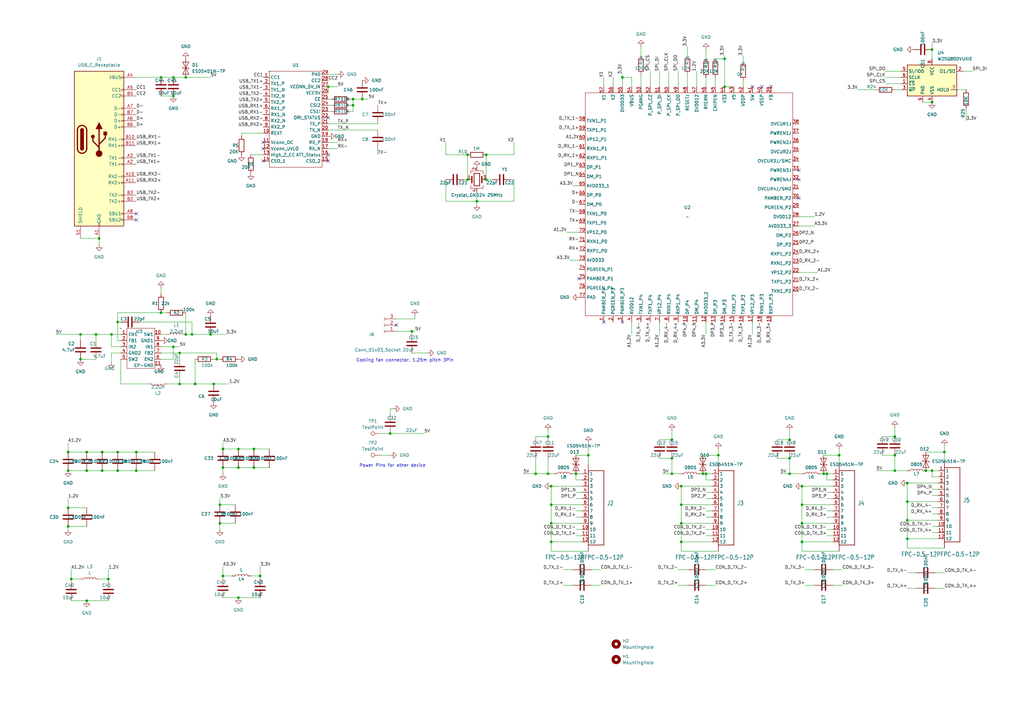
<source format=kicad_sch>
(kicad_sch (version 20230121) (generator eeschema)
  (paper "A3")
  (lib_symbols
    (symbol "Connector:Conn_01x03_Socket" (pin_names (offset 1.016) hide)
      (property "Reference" "J" (at 0 5.08 0))
      (property "Value" "Conn_01x03_Socket" (at 0 -5.08 0))
      (symbol "Conn_01x03_Socket_1_1"
        (pin passive line (at -5.08 2.54 0) (length 3.81) (name "Pin_1") (number "1"))
        (pin passive line (at -5.08 0 0) (length 3.81) (name "Pin_2") (number "2"))
        (pin passive line (at -5.08 -2.54 0) (length 3.81) (name "Pin_3") (number "3"))
      )
    )
    (symbol "Connector:TestPoint" (pin_numbers hide) (pin_names (offset 0.762) hide)
      (property "Reference" "TP" (at 0 6.858 0))
      (property "Value" "TestPoint" (at 0 5.08 0))
      (symbol "TestPoint_1_1"
        (pin passive line (at 0 0 90) (length 2.54) (name "1") (number "1"))
      )
    )
    (symbol "Connector:USB_C_Receptacle" (pin_names (offset 1.016))
      (property "Reference" "J" (at -10.16 29.21 0))
      (property "Value" "USB_C_Receptacle" (at 10.16 29.21 0))
      (symbol "USB_C_Receptacle_1_1"
        (pin passive line (at 0 -40.64 90) (length 5.08) (name "GND") (number "A1"))
        (pin bidirectional line (at 15.24 -15.24 180) (length 5.08) (name "RX2-") (number "A10"))
        (pin bidirectional line (at 15.24 -17.78 180) (length 5.08) (name "RX2+") (number "A11"))
        (pin passive line (at 0 -40.64 90) (length 5.08) hide (name "GND") (number "A12"))
        (pin bidirectional line (at 15.24 -10.16 180) (length 5.08) (name "TX1+") (number "A2"))
        (pin bidirectional line (at 15.24 -7.62 180) (length 5.08) (name "TX1-") (number "A3"))
        (pin passive line (at 15.24 25.4 180) (length 5.08) (name "VBUS") (number "A4"))
        (pin bidirectional line (at 15.24 20.32 180) (length 5.08) (name "CC1") (number "A5"))
        (pin bidirectional line (at 15.24 7.62 180) (length 5.08) (name "D+") (number "A6"))
        (pin bidirectional line (at 15.24 12.7 180) (length 5.08) (name "D-") (number "A7"))
        (pin bidirectional line (at 15.24 -30.48 180) (length 5.08) (name "SBU1") (number "A8"))
        (pin passive line (at 15.24 25.4 180) (length 5.08) hide (name "VBUS") (number "A9"))
        (pin passive line (at 0 -40.64 90) (length 5.08) hide (name "GND") (number "B1"))
        (pin bidirectional line (at 15.24 0 180) (length 5.08) (name "RX1-") (number "B10"))
        (pin bidirectional line (at 15.24 -2.54 180) (length 5.08) (name "RX1+") (number "B11"))
        (pin passive line (at 0 -40.64 90) (length 5.08) hide (name "GND") (number "B12"))
        (pin bidirectional line (at 15.24 -25.4 180) (length 5.08) (name "TX2+") (number "B2"))
        (pin bidirectional line (at 15.24 -22.86 180) (length 5.08) (name "TX2-") (number "B3"))
        (pin passive line (at 15.24 25.4 180) (length 5.08) hide (name "VBUS") (number "B4"))
        (pin bidirectional line (at 15.24 17.78 180) (length 5.08) (name "CC2") (number "B5"))
        (pin bidirectional line (at 15.24 5.08 180) (length 5.08) (name "D+") (number "B6"))
        (pin bidirectional line (at 15.24 10.16 180) (length 5.08) (name "D-") (number "B7"))
        (pin bidirectional line (at 15.24 -33.02 180) (length 5.08) (name "SBU2") (number "B8"))
        (pin passive line (at 15.24 25.4 180) (length 5.08) hide (name "VBUS") (number "B9"))
        (pin passive line (at -7.62 -40.64 90) (length 5.08) (name "SHIELD") (number "S1"))
      )
    )
    (symbol "Device:C" (pin_numbers hide) (pin_names (offset 0.254))
      (property "Reference" "C" (at 0.635 2.54 0))
      (property "Value" "C" (at 0.635 -2.54 0))
      (symbol "C_1_1"
        (pin passive line (at 0 3.81 270) (length 2.794) (name "~") (number "1"))
        (pin passive line (at 0 -3.81 90) (length 2.794) (name "~") (number "2"))
      )
    )
    (symbol "Device:Crystal_GND24" (pin_names (offset 1.016) hide)
      (property "Reference" "Y" (at 3.175 5.08 0))
      (property "Value" "Crystal_GND24" (at 3.175 3.175 0))
      (symbol "Crystal_GND24_1_1"
        (pin passive line (at -3.81 0 0) (length 1.27) (name "1") (number "1"))
        (pin passive line (at 0 5.08 270) (length 1.27) (name "2") (number "2"))
        (pin passive line (at 3.81 0 180) (length 1.27) (name "3") (number "3"))
        (pin passive line (at 0 -5.08 90) (length 1.27) (name "4") (number "4"))
      )
    )
    (symbol "Device:L" (pin_numbers hide) (pin_names (offset 1.016) hide)
      (property "Reference" "L" (at -1.27 0 90))
      (property "Value" "L" (at 1.905 0 90))
      (symbol "L_1_1"
        (pin passive line (at 0 3.81 270) (length 1.27) (name "1") (number "1"))
        (pin passive line (at 0 -3.81 90) (length 1.27) (name "2") (number "2"))
      )
    )
    (symbol "Device:R" (pin_numbers hide) (pin_names (offset 0))
      (property "Reference" "R" (at 2.032 0 90))
      (property "Value" "R" (at 0 0 90))
      (symbol "R_1_1"
        (pin passive line (at 0 3.81 270) (length 1.27) (name "~") (number "1"))
        (pin passive line (at 0 -3.81 90) (length 1.27) (name "~") (number "2"))
      )
    )
    (symbol "Diode:ESD9B3.3ST5G" (pin_numbers hide) (pin_names (offset 1.016) hide)
      (property "Reference" "D" (at 0 2.54 0))
      (property "Value" "ESD9B3.3ST5G" (at 0 -2.54 0))
      (symbol "ESD9B3.3ST5G_1_1"
        (pin passive line (at -3.81 0 0) (length 2.54) (name "A1") (number "1"))
        (pin passive line (at 3.81 0 180) (length 2.54) (name "A2") (number "2"))
      )
    )
    (symbol "Mechanical:MountingHole" (pin_names (offset 1.016))
      (property "Reference" "H" (at 0 5.08 0))
      (property "Value" "MountingHole" (at 0 3.175 0))
    )
    (symbol "USER:FPC-0.5-12PFPC-0.5-12P"
      (property "Reference" "J2" (at -2.54 25.4 0))
      (property "Value" "FPC-0.5-12PFPC-0.5-12P" (at 2.54 25.4 0))
      (symbol "FPC-0.5-12PFPC-0.5-12P_1_0"
        (pin bidirectional line (at -2.54 24.13 0) (length 2.54) (name "1") (number "1"))
        (pin bidirectional line (at -2.54 1.27 0) (length 2.54) (name "10") (number "10"))
        (pin bidirectional line (at -2.54 -1.27 0) (length 2.54) (name "11") (number "11"))
        (pin bidirectional line (at -2.54 -3.81 0) (length 2.54) (name "12") (number "12"))
        (pin bidirectional line (at -2.54 21.59 0) (length 2.54) (name "2") (number "2"))
        (pin bidirectional line (at -2.54 19.05 0) (length 2.54) (name "3") (number "3"))
        (pin bidirectional line (at -2.54 16.51 0) (length 2.54) (name "4") (number "4"))
        (pin bidirectional line (at -2.54 13.97 0) (length 2.54) (name "5") (number "5"))
        (pin bidirectional line (at -2.54 11.43 0) (length 2.54) (name "6") (number "6"))
        (pin bidirectional line (at -2.54 8.89 0) (length 2.54) (name "7") (number "7"))
        (pin bidirectional line (at -2.54 6.35 0) (length 2.54) (name "8") (number "8"))
        (pin bidirectional line (at -2.54 3.81 0) (length 2.54) (name "9") (number "9"))
        (pin bidirectional line (at 0 -7.62 90) (length 2.54) (name "G1") (number "P$13"))
        (pin bidirectional line (at 0 27.94 270) (length 2.54) (name "G2") (number "P$14"))
      )
    )
    (symbol "USER:GL3523-OTY30_QFN76"
      (property "Reference" "U" (at -5.08 -6.35 0))
      (symbol "GL3523-OTY30_QFN76_1_1"
        (pin input line (at -34.29 -46.99 90) (length 2.54) (name "PAMBER_P4") (number "1"))
        (pin input line (at 0 -46.99 90) (length 2.54) (name "DP_P4") (number "10"))
        (pin input line (at 3.81 -46.99 90) (length 2.54) (name "DM_P4") (number "11"))
        (pin input line (at 7.62 -46.99 90) (length 2.54) (name "AVDD33_2") (number "12"))
        (pin input line (at 11.43 -46.99 90) (length 2.54) (name "DP_P3") (number "13"))
        (pin input line (at 15.24 -46.99 90) (length 2.54) (name "DM_P3") (number "14"))
        (pin input line (at 19.05 -46.99 90) (length 2.54) (name "TXN1_P3") (number "15"))
        (pin input line (at 22.86 -46.99 90) (length 2.54) (name "TXP1_P3") (number "16"))
        (pin input line (at 26.67 -46.99 90) (length 2.54) (name "VP12_P3") (number "17"))
        (pin input line (at 30.48 -46.99 90) (length 2.54) (name "RXN1_P3") (number "18"))
        (pin input line (at 34.29 -46.99 90) (length 2.54) (name "RXP1_P3") (number "19"))
        (pin input line (at -30.48 -46.99 90) (length 2.54) (name "PGREEN_P3") (number "2"))
        (pin input line (at 45.72 -34.29 180) (length 2.54) (name "TXN1_P2") (number "20"))
        (pin input line (at 45.72 -30.48 180) (length 2.54) (name "TXP1_P2") (number "21"))
        (pin input line (at 45.72 -26.67 180) (length 2.54) (name "VP12_P2") (number "22"))
        (pin input line (at 45.72 -22.86 180) (length 2.54) (name "RXN1_P2") (number "23"))
        (pin input line (at 45.72 -19.05 180) (length 2.54) (name "RXP1_P2") (number "24"))
        (pin input line (at 45.72 -15.24 180) (length 2.54) (name "DP_P2") (number "25"))
        (pin input line (at 45.72 -11.43 180) (length 2.54) (name "DM_P2") (number "26"))
        (pin input line (at 45.72 -7.62 180) (length 2.54) (name "AVDD33_3") (number "27"))
        (pin input line (at 45.72 -3.81 180) (length 2.54) (name "DVDD12") (number "28"))
        (pin input line (at 45.72 0 180) (length 2.54) (name "PGREEN_P2") (number "29"))
        (pin input line (at -26.67 -46.99 90) (length 2.54) (name "PAMBER_P3") (number "3"))
        (pin input line (at 45.72 3.81 180) (length 2.54) (name "PAMBER_P2") (number "30"))
        (pin input line (at 45.72 7.62 180) (length 2.54) (name "OVCUR4J/SMD") (number "31"))
        (pin input line (at 45.72 11.43 180) (length 2.54) (name "PWREN4J") (number "32"))
        (pin input line (at 45.72 15.24 180) (length 2.54) (name "PWREN3J") (number "33"))
        (pin input line (at 45.72 19.05 180) (length 2.54) (name "OVCUR3J/SMC") (number "34"))
        (pin input line (at 45.72 22.86 180) (length 2.54) (name "OVCUR2J") (number "35"))
        (pin input line (at 45.72 26.67 180) (length 2.54) (name "PWREN2J") (number "36"))
        (pin input line (at 45.72 30.48 180) (length 2.54) (name "PWREN1J") (number "37"))
        (pin input line (at 45.72 34.29 180) (length 2.54) (name "OVCUR1J") (number "38"))
        (pin input line (at 34.29 49.53 270) (length 2.54) (name "FB") (number "39"))
        (pin input line (at -22.86 -46.99 90) (length 2.54) (name "AVDD12") (number "4"))
        (pin input line (at 30.48 49.53 270) (length 2.54) (name "VSSP") (number "40"))
        (pin input line (at 26.67 49.53 270) (length 2.54) (name "SW") (number "41"))
        (pin input line (at 22.86 49.53 270) (length 2.54) (name "VDDP") (number "42"))
        (pin input line (at 19.05 49.53 270) (length 2.54) (name "V5") (number "43"))
        (pin input line (at 15.24 49.53 270) (length 2.54) (name "V33") (number "44"))
        (pin input line (at 11.43 49.53 270) (length 2.54) (name "CHIPEN") (number "45"))
        (pin input line (at 7.62 49.53 270) (length 2.54) (name "RTERM") (number "46"))
        (pin input line (at 3.81 49.53 270) (length 2.54) (name "DVDD12") (number "47"))
        (pin input line (at 0 49.53 270) (length 2.54) (name "RESETJ") (number "48"))
        (pin input line (at -3.81 49.53 270) (length 2.54) (name "P_SPI_DO") (number "49"))
        (pin input line (at -19.05 -46.99 90) (length 2.54) (name "TXN1_P4") (number "5"))
        (pin input line (at -7.62 49.53 270) (length 2.54) (name "P_SPI_CK") (number "50"))
        (pin input line (at -11.43 49.53 270) (length 2.54) (name "P_SPI_DI") (number "51"))
        (pin input line (at -15.24 49.53 270) (length 2.54) (name "P_SPI_CZ") (number "52"))
        (pin input line (at -19.05 49.53 270) (length 2.54) (name "PGANG") (number "53"))
        (pin input line (at -22.86 49.53 270) (length 2.54) (name "VBUS") (number "54"))
        (pin input line (at -26.67 49.53 270) (length 2.54) (name "DVDD33") (number "55"))
        (pin input line (at -30.48 49.53 270) (length 2.54) (name "X2") (number "56"))
        (pin input line (at -34.29 49.53 270) (length 2.54) (name "X1") (number "57"))
        (pin input line (at -44.45 35.56 0) (length 2.54) (name "TXN1_P1") (number "58"))
        (pin input line (at -44.45 31.75 0) (length 2.54) (name "TXP1_P1") (number "59"))
        (pin input line (at -15.24 -46.99 90) (length 2.54) (name "TXP1_P4") (number "6"))
        (pin input line (at -44.45 27.94 0) (length 2.54) (name "VP12_P1") (number "60"))
        (pin input line (at -44.45 24.13 0) (length 2.54) (name "RXN1_P1") (number "61"))
        (pin input line (at -44.45 20.32 0) (length 2.54) (name "RXP1_P1") (number "62"))
        (pin input line (at -44.45 16.51 0) (length 2.54) (name "DP_P1") (number "63"))
        (pin input line (at -44.45 12.7 0) (length 2.54) (name "DM_P1") (number "64"))
        (pin input line (at -44.45 8.89 0) (length 2.54) (name "AVDD33_1") (number "65"))
        (pin input line (at -44.45 5.08 0) (length 2.54) (name "DP_P0") (number "66"))
        (pin input line (at -44.45 1.27 0) (length 2.54) (name "DM_P0") (number "67"))
        (pin input line (at -44.45 -2.54 0) (length 2.54) (name "TXN1_P0") (number "68"))
        (pin input line (at -44.45 -6.35 0) (length 2.54) (name "TXP1_P0") (number "69"))
        (pin input line (at -11.43 -46.99 90) (length 2.54) (name "VP12_P4") (number "7"))
        (pin input line (at -44.45 -10.16 0) (length 2.54) (name "VP12_P0") (number "70"))
        (pin input line (at -44.45 -13.97 0) (length 2.54) (name "RXN1_P0") (number "71"))
        (pin input line (at -44.45 -17.78 0) (length 2.54) (name "RXP1_P0") (number "72"))
        (pin input line (at -44.45 -21.59 0) (length 2.54) (name "AVDD33") (number "73"))
        (pin input line (at -44.45 -25.4 0) (length 2.54) (name "PGREEN_P1") (number "74"))
        (pin input line (at -44.45 -29.21 0) (length 2.54) (name "PAMBER_P1") (number "75"))
        (pin input line (at -44.45 -33.02 0) (length 2.54) (name "PGREEN_P4") (number "76"))
        (pin input line (at -44.45 -36.83 0) (length 2.54) (name "PAD") (number "77"))
        (pin input line (at -7.62 -46.99 90) (length 2.54) (name "RXN1_P4") (number "8"))
        (pin input line (at -3.81 -46.99 90) (length 2.54) (name "RXP1_P4") (number "9"))
      )
    )
    (symbol "USER:RY1302"
      (property "Reference" "U" (at -1.27 0 0))
      (symbol "RY1302_1_1"
        (pin input line (at 0 -2.54 0) (length 2.54) (name "EN1") (number "1"))
        (pin input line (at 16.51 -2.54 180) (length 2.54) (name "SW1") (number "10"))
        (pin input line (at 16.51 -15.24 180) (length 2.54) (name "EP-GND") (number "11"))
        (pin input line (at 0 -5.08 0) (length 2.54) (name "FB1") (number "2"))
        (pin input line (at 0 -7.62 0) (length 2.54) (name "IN2") (number "3"))
        (pin input line (at 0 -10.16 0) (length 2.54) (name "GND2") (number "4"))
        (pin input line (at 0 -12.7 0) (length 2.54) (name "SW2") (number "5"))
        (pin input line (at 16.51 -12.7 180) (length 2.54) (name "EN2") (number "6"))
        (pin input line (at 16.51 -10.16 180) (length 2.54) (name "FB2") (number "7"))
        (pin input line (at 16.51 -7.62 180) (length 2.54) (name "IN1") (number "8"))
        (pin input line (at 16.51 -5.08 180) (length 2.54) (name "GND1") (number "9"))
      )
    )
    (symbol "USER:VL160"
      (property "Reference" "U" (at 10.16 -12.7 0))
      (symbol "VL160_1_1"
        (pin input line (at -2.54 -2.54 0) (length 2.54) (name "CC1") (number "1"))
        (pin input line (at -2.54 -25.4 0) (length 2.54) (name "REXT") (number "10"))
        (pin input line (at -2.54 -29.21 0) (length 2.54) (name "Vconn_OC") (number "11"))
        (pin input line (at -2.54 -31.75 0) (length 2.54) (name "Vconn_UVLO") (number "12"))
        (pin input line (at -2.54 -34.29 0) (length 2.54) (name "High_Z_CC") (number "13"))
        (pin input line (at -2.54 -36.83 0) (length 2.54) (name "CSO_1") (number "14"))
        (pin input line (at 24.13 -36.83 180) (length 2.54) (name "CSO_2") (number "15"))
        (pin input line (at 24.13 -34.29 180) (length 2.54) (name "ATT_Status") (number "16"))
        (pin input line (at 24.13 -31.75 180) (length 2.54) (name "RX_N") (number "17"))
        (pin input line (at 24.13 -29.21 180) (length 2.54) (name "RX_P") (number "18"))
        (pin input line (at 24.13 -26.67 180) (length 2.54) (name "GND") (number "19"))
        (pin input line (at -2.54 -5.08 0) (length 2.54) (name "TX1_P") (number "2"))
        (pin input line (at 24.13 -24.13 180) (length 2.54) (name "TX_N") (number "20"))
        (pin input line (at 24.13 -21.59 180) (length 2.54) (name "TX_P") (number "21"))
        (pin input line (at 24.13 -19.05 180) (length 2.54) (name "ORI_STATUS") (number "22"))
        (pin input line (at 24.13 -16.51 180) (length 2.54) (name "CS1I") (number "23"))
        (pin input line (at 24.13 -13.97 180) (length 2.54) (name "CSI2") (number "24"))
        (pin input line (at 24.13 -11.43 180) (length 2.54) (name "CE") (number "25"))
        (pin input line (at 24.13 -8.89 180) (length 2.54) (name "VCC5V") (number "26"))
        (pin input line (at 24.13 -6.35 180) (length 2.54) (name "VCONN_5V_IN") (number "27"))
        (pin input line (at 24.13 -3.81 180) (length 2.54) (name "CC2") (number "28"))
        (pin input line (at 24.13 -1.27 180) (length 2.54) (name "PAD") (number "29"))
        (pin input line (at -2.54 -7.62 0) (length 2.54) (name "TX1_N") (number "3"))
        (pin input line (at -2.54 -10.16 0) (length 2.54) (name "TX2_N") (number "4"))
        (pin input line (at -2.54 -12.7 0) (length 2.54) (name "TX2_P") (number "5"))
        (pin input line (at -2.54 -15.24 0) (length 2.54) (name "RX1_P") (number "6"))
        (pin input line (at -2.54 -17.78 0) (length 2.54) (name "RX1_N") (number "7"))
        (pin input line (at -2.54 -20.32 0) (length 2.54) (name "RX2_N") (number "8"))
        (pin input line (at -2.54 -22.86 0) (length 2.54) (name "RX2_P") (number "9"))
      )
    )
    (symbol "USER:W25Q80DVUXIE"
      (property "Reference" "U11" (at 12.7 19.05 0))
      (property "Value" "W25Q80DVUXIE" (at 13.97 16.51 0))
      (symbol "W25Q80DVUXIE_1_1"
        (pin input line (at -12.7 0 0) (length 2.54) (name "~{CS}") (number "1"))
        (pin output line (at 12.7 5.08 180) (length 2.54) (name "O1/SO") (number "2"))
        (pin input line (at -12.7 -2.54 0) (length 2.54) (name "~{WP}") (number "3"))
        (pin power_in line (at 0 -7.62 90) (length 2.54) (name "VSS") (number "4"))
        (pin bidirectional line (at -12.7 5.08 0) (length 2.54) (name "SI/IO0") (number "5"))
        (pin input line (at -12.7 2.54 0) (length 2.54) (name "SCLK") (number "6"))
        (pin input line (at 10.16 -2.54 180) (length 2.54) (name "HOLD") (number "7"))
        (pin power_in line (at 0 10.16 270) (length 2.54) (name "VCC") (number "8"))
        (pin input line (at -3.81 -7.62 90) (length 2.54) (name "PAD") (number "9"))
      )
    )
    (symbol "power:GND" (power) (pin_names (offset 0))
      (property "Value" "GND" (at 0 -3.81 0))
      (symbol "GND_1_1"
        (pin power_in line (at 0 0 270) (length 0) hide (name "GND") (number "1"))
      )
    )
  )
  (junction (at 134.62 35.56))
  (junction (at 160.02 177.8))
  (junction (at 45.72 137.16))
  (junction (at 90.17 214.63))
  (junction (at 339.09 194.31))
  (junction (at 144.78 40.64))
  (junction (at 27.94 185.42))
  (junction (at 328.93 199.39))
  (junction (at 168.91 135.89))
  (junction (at 387.35 185.42))
  (junction (at 195.58 82.55))
  (junction (at 76.2 137.16))
  (junction (at 241.3 186.69))
  (junction (at 27.94 208.28))
  (junction (at 226.06 222.25))
  (junction (at 71.12 39.37))
  (junction (at 71.12 142.24))
  (junction (at 279.4 214.63))
  (junction (at 91.44 184.15))
  (junction (at 73.66 144.78))
  (junction (at 97.79 245.11))
  (junction (at 279.4 207.01))
  (junction (at 191.77 63.5))
  (junction (at 323.85 187.96))
  (junction (at 382.27 193.04))
  (junction (at 337.82 194.31))
  (junction (at 379.73 193.04))
  (junction (at 219.71 194.31))
  (junction (at 78.74 137.16))
  (junction (at 288.29 194.31))
  (junction (at 289.56 194.31))
  (junction (at 91.44 236.22))
  (junction (at 148.59 40.64))
  (junction (at 104.14 184.15))
  (junction (at 323.85 180.34))
  (junction (at 275.59 187.96))
  (junction (at 275.59 194.31))
  (junction (at 40.64 97.79))
  (junction (at 91.44 191.77))
  (junction (at 372.11 198.12))
  (junction (at 55.88 193.04))
  (junction (at 226.06 214.63))
  (junction (at 41.91 185.42))
  (junction (at 199.39 63.5))
  (junction (at 279.4 199.39))
  (junction (at 33.02 147.32))
  (junction (at 33.02 137.16))
  (junction (at 35.56 185.42))
  (junction (at 27.94 215.9))
  (junction (at 97.79 191.77))
  (junction (at 48.26 132.08))
  (junction (at 224.79 179.07))
  (junction (at 88.9 147.32))
  (junction (at 104.14 191.77))
  (junction (at 372.11 213.36))
  (junction (at 224.79 194.31))
  (junction (at 66.04 128.27))
  (junction (at 372.11 220.98))
  (junction (at 80.01 157.48))
  (junction (at 255.27 31.75))
  (junction (at 275.59 180.34))
  (junction (at 27.94 193.04))
  (junction (at 86.36 137.16))
  (junction (at 71.12 31.75))
  (junction (at 55.88 185.42))
  (junction (at 236.22 194.31))
  (junction (at 367.03 179.07))
  (junction (at 191.77 73.66))
  (junction (at 367.03 186.69))
  (junction (at 372.11 205.74))
  (junction (at 41.91 193.04))
  (junction (at 297.18 24.13))
  (junction (at 66.04 31.75))
  (junction (at 39.37 137.16))
  (junction (at 199.39 73.66))
  (junction (at 328.93 207.01))
  (junction (at 35.56 246.38))
  (junction (at 367.03 193.04))
  (junction (at 44.45 237.49))
  (junction (at 328.93 214.63))
  (junction (at 35.56 193.04))
  (junction (at 106.68 236.22))
  (junction (at 279.4 222.25))
  (junction (at 48.26 193.04))
  (junction (at 76.2 31.75))
  (junction (at 323.85 194.31))
  (junction (at 144.78 43.18))
  (junction (at 294.64 186.69))
  (junction (at 226.06 199.39))
  (junction (at 90.17 207.01))
  (junction (at 97.79 184.15))
  (junction (at 48.26 185.42))
  (junction (at 29.21 237.49))
  (junction (at 226.06 207.01))
  (junction (at 87.63 157.48))
  (junction (at 328.93 222.25))
  (junction (at 382.27 41.91))
  (junction (at 382.27 20.32))
  (junction (at 73.66 157.48))
  (junction (at 344.17 186.69))
  (junction (at 297.18 35.56))
  (no_connect (at 55.88 87.63))
  (no_connect (at 237.49 114.3))
  (no_connect (at 247.65 132.08))
  (no_connect (at 316.23 35.56))
  (no_connect (at 162.56 133.35))
  (no_connect (at 107.95 66.04))
  (no_connect (at 55.88 90.17))
  (no_connect (at 312.42 35.56))
  (no_connect (at 107.95 58.42))
  (no_connect (at 327.66 69.85))
  (no_connect (at 107.95 60.96))
  (no_connect (at 134.62 48.26))
  (no_connect (at 327.66 73.66))
  (no_connect (at 308.61 35.56))
  (no_connect (at 255.27 132.08))
  (no_connect (at 134.62 63.5))
  (no_connect (at 134.62 66.04))
  (no_connect (at 327.66 81.28))
  (wire (pts (xy 40.64 237.49) (xy 44.45 237.49)))
  (wire (pts (xy 33.02 137.16) (xy 39.37 137.16)))
  (wire (pts (xy 241.3 226.06) (xy 226.06 226.06)))
  (wire (pts (xy 361.95 179.07) (xy 367.03 179.07)))
  (wire (pts (xy 294.64 184.15) (xy 294.64 186.69)))
  (wire (pts (xy 91.44 191.77) (xy 97.79 191.77)))
  (wire (pts (xy 48.26 193.04) (xy 55.88 193.04)))
  (wire (pts (xy 102.87 236.22) (xy 106.68 236.22)))
  (wire (pts (xy 236.22 196.85) (xy 236.22 194.31)))
  (wire (pts (xy 372.11 220.98) (xy 372.11 213.36)))
  (wire (pts (xy 247.65 31.75) (xy 247.65 35.56)))
  (wire (pts (xy 292.1 222.25) (xy 279.4 222.25)))
  (wire (pts (xy 78.74 137.16) (xy 86.36 137.16)))
  (wire (pts (xy 328.93 222.25) (xy 328.93 214.63)))
  (wire (pts (xy 210.82 82.55) (xy 195.58 82.55)))
  (wire (pts (xy 372.11 241.3) (xy 375.92 241.3)))
  (wire (pts (xy 233.68 106.68) (xy 237.49 106.68)))
  (wire (pts (xy 160.02 177.8) (xy 173.99 177.8)))
  (wire (pts (xy 275.59 176.53) (xy 275.59 180.34)))
  (wire (pts (xy 90.17 204.47) (xy 90.17 207.01)))
  (wire (pts (xy 292.1 196.85) (xy 289.56 196.85)))
  (wire (pts (xy 289.56 132.08) (xy 289.56 137.16)))
  (wire (pts (xy 190.5 73.66) (xy 191.77 73.66)))
  (wire (pts (xy 55.88 185.42) (xy 63.5 185.42)))
  (wire (pts (xy 341.63 214.63) (xy 328.93 214.63)))
  (wire (pts (xy 144.78 43.18) (xy 144.78 40.64)))
  (wire (pts (xy 66.04 39.37) (xy 71.12 39.37)))
  (wire (pts (xy 97.79 191.77) (xy 104.14 191.77)))
  (wire (pts (xy 35.56 246.38) (xy 44.45 246.38)))
  (wire (pts (xy 48.26 128.27) (xy 48.26 132.08)))
  (wire (pts (xy 363.22 31.75) (xy 369.57 31.75)))
  (wire (pts (xy 274.32 29.21) (xy 274.32 35.56)))
  (wire (pts (xy 382.27 20.32) (xy 382.27 24.13)))
  (wire (pts (xy 382.27 208.28) (xy 384.81 208.28)))
  (wire (pts (xy 294.64 186.69) (xy 294.64 190.5)))
  (wire (pts (xy 387.35 182.88) (xy 387.35 185.42)))
  (wire (pts (xy 328.93 207.01) (xy 341.63 207.01)))
  (wire (pts (xy 328.93 199.39) (xy 328.93 207.01)))
  (wire (pts (xy 255.27 31.75) (xy 255.27 35.56)))
  (wire (pts (xy 363.22 34.29) (xy 369.57 34.29)))
  (wire (pts (xy 29.21 237.49) (xy 29.21 238.76)))
  (wire (pts (xy 236.22 212.09) (xy 238.76 212.09)))
  (wire (pts (xy 57.15 132.08) (xy 78.74 132.08)))
  (wire (pts (xy 271.78 194.31) (xy 275.59 194.31)))
  (wire (pts (xy 367.03 186.69) (xy 367.03 193.04)))
  (wire (pts (xy 219.71 180.34) (xy 219.71 179.07)))
  (wire (pts (xy 334.01 233.68) (xy 330.2 233.68)))
  (wire (pts (xy 27.94 215.9) (xy 35.56 215.9)))
  (wire (pts (xy 382.27 193.04) (xy 384.81 193.04)))
  (wire (pts (xy 27.94 204.47) (xy 27.94 208.28)))
  (wire (pts (xy 49.53 139.7) (xy 48.26 139.7)))
  (wire (pts (xy 270.51 187.96) (xy 275.59 187.96)))
  (wire (pts (xy 339.09 201.93) (xy 341.63 201.93)))
  (wire (pts (xy 328.93 207.01) (xy 328.93 214.63)))
  (wire (pts (xy 289.56 31.75) (xy 289.56 35.56)))
  (wire (pts (xy 91.44 184.15) (xy 97.79 184.15)))
  (wire (pts (xy 378.46 41.91) (xy 382.27 41.91)))
  (wire (pts (xy 90.17 214.63) (xy 90.17 217.17)))
  (wire (pts (xy 199.39 73.66) (xy 201.93 73.66)))
  (wire (pts (xy 73.66 144.78) (xy 88.9 144.78)))
  (wire (pts (xy 224.79 187.96) (xy 224.79 194.31)))
  (wire (pts (xy 91.44 191.77) (xy 91.44 194.31)))
  (wire (pts (xy 91.44 232.41) (xy 91.44 236.22)))
  (wire (pts (xy 44.45 237.49) (xy 44.45 238.76)))
  (wire (pts (xy 214.63 194.31) (xy 219.71 194.31)))
  (wire (pts (xy 339.09 194.31) (xy 341.63 194.31)))
  (wire (pts (xy 304.8 33.02) (xy 304.8 35.56)))
  (wire (pts (xy 45.72 137.16) (xy 49.53 137.16)))
  (wire (pts (xy 281.94 233.68) (xy 278.13 233.68)))
  (wire (pts (xy 226.06 199.39) (xy 238.76 199.39)))
  (wire (pts (xy 285.75 29.21) (xy 285.75 35.56)))
  (wire (pts (xy 134.62 35.56) (xy 138.43 35.56)))
  (wire (pts (xy 66.04 137.16) (xy 68.58 137.16)))
  (wire (pts (xy 375.92 234.95) (xy 372.11 234.95)))
  (wire (pts (xy 339.09 217.17) (xy 341.63 217.17)))
  (wire (pts (xy 35.56 185.42) (xy 41.91 185.42)))
  (wire (pts (xy 289.56 219.71) (xy 292.1 219.71)))
  (wire (pts (xy 279.4 207.01) (xy 279.4 214.63)))
  (wire (pts (xy 241.3 181.61) (xy 241.3 186.69)))
  (wire (pts (xy 320.04 194.31) (xy 323.85 194.31)))
  (wire (pts (xy 33.02 137.16) (xy 33.02 139.7)))
  (wire (pts (xy 367.03 193.04) (xy 372.11 193.04)))
  (wire (pts (xy 351.79 36.83) (xy 359.41 36.83)))
  (wire (pts (xy 262.89 19.05) (xy 262.89 22.86)))
  (wire (pts (xy 344.17 226.06) (xy 328.93 226.06)))
  (wire (pts (xy 384.81 213.36) (xy 372.11 213.36)))
  (wire (pts (xy 102.87 63.5) (xy 107.95 63.5)))
  (wire (pts (xy 87.63 147.32) (xy 88.9 147.32)))
  (wire (pts (xy 234.95 194.31) (xy 236.22 194.31)))
  (wire (pts (xy 297.18 35.56) (xy 300.99 35.56)))
  (wire (pts (xy 289.56 209.55) (xy 292.1 209.55)))
  (wire (pts (xy 66.04 31.75) (xy 71.12 31.75)))
  (wire (pts (xy 231.14 240.03) (xy 234.95 240.03)))
  (wire (pts (xy 383.54 241.3) (xy 387.35 241.3)))
  (wire (pts (xy 134.62 40.64) (xy 135.89 40.64)))
  (wire (pts (xy 226.06 207.01) (xy 226.06 214.63)))
  (wire (pts (xy 182.88 82.55) (xy 195.58 82.55)))
  (wire (pts (xy 344.17 186.69) (xy 344.17 190.5)))
  (wire (pts (xy 168.91 135.89) (xy 168.91 137.16)))
  (wire (pts (xy 382.27 200.66) (xy 384.81 200.66)))
  (wire (pts (xy 91.44 236.22) (xy 91.44 237.49)))
  (wire (pts (xy 255.27 30.48) (xy 255.27 31.75)))
  (wire (pts (xy 379.73 185.42) (xy 387.35 185.42)))
  (wire (pts (xy 236.22 217.17) (xy 238.76 217.17)))
  (wire (pts (xy 382.27 210.82) (xy 384.81 210.82)))
  (wire (pts (xy 160.02 170.18) (xy 160.02 167.64)))
  (wire (pts (xy 106.68 232.41) (xy 106.68 236.22)))
  (wire (pts (xy 287.02 194.31) (xy 288.29 194.31)))
  (wire (pts (xy 39.37 137.16) (xy 39.37 139.7)))
  (wire (pts (xy 259.08 132.08) (xy 259.08 137.16)))
  (wire (pts (xy 238.76 196.85) (xy 236.22 196.85)))
  (wire (pts (xy 293.37 24.13) (xy 297.18 24.13)))
  (wire (pts (xy 382.27 195.58) (xy 382.27 193.04)))
  (wire (pts (xy 40.64 97.79) (xy 40.64 100.33)))
  (wire (pts (xy 154.94 63.5) (xy 154.94 60.96)))
  (wire (pts (xy 323.85 194.31) (xy 328.93 194.31)))
  (wire (pts (xy 219.71 179.07) (xy 224.79 179.07)))
  (wire (pts (xy 33.02 147.32) (xy 39.37 147.32)))
  (wire (pts (xy 339.09 196.85) (xy 339.09 194.31)))
  (wire (pts (xy 78.74 132.08) (xy 78.74 137.16)))
  (wire (pts (xy 191.77 73.66) (xy 191.77 63.5)))
  (wire (pts (xy 80.01 147.32) (xy 80.01 157.48)))
  (wire (pts (xy 106.68 236.22) (xy 106.68 237.49)))
  (wire (pts (xy 226.06 226.06) (xy 226.06 222.25)))
  (wire (pts (xy 66.04 147.32) (xy 71.12 147.32)))
  (wire (pts (xy 160.02 167.64) (xy 161.29 167.64)))
  (wire (pts (xy 66.04 144.78) (xy 73.66 144.78)))
  (wire (pts (xy 73.66 144.78) (xy 73.66 147.32)))
  (wire (pts (xy 289.56 196.85) (xy 289.56 194.31)))
  (wire (pts (xy 39.37 137.16) (xy 45.72 137.16)))
  (wire (pts (xy 45.72 142.24) (xy 45.72 137.16)))
  (wire (pts (xy 308.61 132.08) (xy 308.61 137.16)))
  (wire (pts (xy 339.09 219.71) (xy 341.63 219.71)))
  (wire (pts (xy 289.56 194.31) (xy 292.1 194.31)))
  (wire (pts (xy 156.21 177.8) (xy 160.02 177.8)))
  (wire (pts (xy 242.57 233.68) (xy 246.38 233.68)))
  (wire (pts (xy 384.81 195.58) (xy 382.27 195.58)))
  (wire (pts (xy 327.66 111.76) (xy 335.28 111.76)))
  (wire (pts (xy 344.17 184.15) (xy 344.17 186.69)))
  (wire (pts (xy 341.63 196.85) (xy 339.09 196.85)))
  (wire (pts (xy 35.56 193.04) (xy 41.91 193.04)))
  (wire (pts (xy 170.18 130.81) (xy 162.56 130.81)))
  (wire (pts (xy 73.66 157.48) (xy 80.01 157.48)))
  (wire (pts (xy 236.22 204.47) (xy 238.76 204.47)))
  (wire (pts (xy 41.91 193.04) (xy 48.26 193.04)))
  (wire (pts (xy 278.13 240.03) (xy 281.94 240.03)))
  (wire (pts (xy 396.24 44.45) (xy 396.24 49.53)))
  (wire (pts (xy 297.18 24.13) (xy 297.18 35.56)))
  (wire (pts (xy 242.57 240.03) (xy 246.38 240.03)))
  (wire (pts (xy 76.2 137.16) (xy 78.74 137.16)))
  (wire (pts (xy 170.18 129.54) (xy 170.18 130.81)))
  (wire (pts (xy 224.79 176.53) (xy 224.79 179.07)))
  (wire (pts (xy 259.08 35.56) (xy 259.08 31.75)))
  (wire (pts (xy 199.39 63.5) (xy 210.82 63.5)))
  (wire (pts (xy 27.94 185.42) (xy 35.56 185.42)))
  (wire (pts (xy 279.4 199.39) (xy 279.4 207.01)))
  (wire (pts (xy 195.58 82.55) (xy 195.58 78.74)))
  (wire (pts (xy 71.12 147.32) (xy 71.12 142.24)))
  (wire (pts (xy 339.09 212.09) (xy 341.63 212.09)))
  (wire (pts (xy 48.26 139.7) (xy 48.26 132.08)))
  (wire (pts (xy 134.62 45.72) (xy 135.89 45.72)))
  (wire (pts (xy 382.27 203.2) (xy 384.81 203.2)))
  (wire (pts (xy 97.79 245.11) (xy 106.68 245.11)))
  (wire (pts (xy 27.94 217.17) (xy 27.94 215.9)))
  (wire (pts (xy 219.71 187.96) (xy 219.71 194.31)))
  (wire (pts (xy 262.89 30.48) (xy 262.89 35.56)))
  (wire (pts (xy 392.43 36.83) (xy 396.24 36.83)))
  (wire (pts (xy 55.88 31.75) (xy 66.04 31.75)))
  (wire (pts (xy 328.93 226.06) (xy 328.93 222.25)))
  (wire (pts (xy 236.22 201.93) (xy 238.76 201.93)))
  (wire (pts (xy 27.94 193.04) (xy 35.56 193.04)))
  (wire (pts (xy 73.66 154.94) (xy 73.66 157.48)))
  (wire (pts (xy 33.02 97.79) (xy 40.64 97.79)))
  (wire (pts (xy 294.64 226.06) (xy 279.4 226.06)))
  (wire (pts (xy 134.62 35.56) (xy 134.62 38.1)))
  (wire (pts (xy 327.66 92.71) (xy 334.01 92.71)))
  (wire (pts (xy 27.94 181.61) (xy 27.94 185.42)))
  (wire (pts (xy 144.78 40.64) (xy 143.51 40.64)))
  (wire (pts (xy 219.71 194.31) (xy 224.79 194.31)))
  (wire (pts (xy 49.53 142.24) (xy 45.72 142.24)))
  (wire (pts (xy 144.78 45.72) (xy 144.78 43.18)))
  (wire (pts (xy 382.27 215.9) (xy 384.81 215.9)))
  (wire (pts (xy 182.88 73.66) (xy 182.88 82.55)))
  (wire (pts (xy 88.9 147.32) (xy 90.17 147.32)))
  (wire (pts (xy 76.2 31.75) (xy 86.36 31.75)))
  (wire (pts (xy 372.11 205.74) (xy 372.11 213.36)))
  (wire (pts (xy 210.82 73.66) (xy 210.82 82.55)))
  (wire (pts (xy 341.63 233.68) (xy 345.44 233.68)))
  (wire (pts (xy 318.77 187.96) (xy 323.85 187.96)))
  (wire (pts (xy 22.86 137.16) (xy 33.02 137.16)))
  (wire (pts (xy 234.95 76.2) (xy 237.49 76.2)))
  (wire (pts (xy 323.85 187.96) (xy 323.85 194.31)))
  (wire (pts (xy 134.62 53.34) (xy 154.94 53.34)))
  (wire (pts (xy 226.06 222.25) (xy 226.06 214.63)))
  (wire (pts (xy 330.2 240.03) (xy 334.01 240.03)))
  (wire (pts (xy 323.85 176.53) (xy 323.85 180.34)))
  (wire (pts (xy 275.59 187.96) (xy 275.59 194.31)))
  (wire (pts (xy 91.44 181.61) (xy 91.44 184.15)))
  (wire (pts (xy 367.03 175.26) (xy 367.03 179.07)))
  (wire (pts (xy 363.22 29.21) (xy 369.57 29.21)))
  (wire (pts (xy 359.41 193.04) (xy 367.03 193.04)))
  (wire (pts (xy 279.4 199.39) (xy 292.1 199.39)))
  (wire (pts (xy 372.11 224.79) (xy 372.11 220.98)))
  (wire (pts (xy 27.94 208.28) (xy 35.56 208.28)))
  (wire (pts (xy 76.2 128.27) (xy 76.2 137.16)))
  (wire (pts (xy 361.95 186.69) (xy 367.03 186.69)))
  (wire (pts (xy 156.21 186.69) (xy 160.02 186.69)))
  (wire (pts (xy 182.88 58.42) (xy 182.88 63.5)))
  (wire (pts (xy 236.22 186.69) (xy 241.3 186.69)))
  (wire (pts (xy 394.97 29.21) (xy 398.78 29.21)))
  (wire (pts (xy 134.62 60.96) (xy 138.43 60.96)))
  (wire (pts (xy 91.44 245.11) (xy 97.79 245.11)))
  (wire (pts (xy 278.13 29.21) (xy 278.13 35.56)))
  (wire (pts (xy 289.56 233.68) (xy 293.37 233.68)))
  (wire (pts (xy 341.63 222.25) (xy 328.93 222.25)))
  (wire (pts (xy 288.29 194.31) (xy 289.56 194.31)))
  (wire (pts (xy 297.18 22.86) (xy 297.18 24.13)))
  (wire (pts (xy 210.82 58.42) (xy 210.82 63.5)))
  (wire (pts (xy 66.04 118.11) (xy 66.04 120.65)))
  (wire (pts (xy 88.9 144.78) (xy 88.9 147.32)))
  (wire (pts (xy 337.82 194.31) (xy 339.09 194.31)))
  (wire (pts (xy 289.56 201.93) (xy 292.1 201.93)))
  (wire (pts (xy 226.06 207.01) (xy 238.76 207.01)))
  (wire (pts (xy 270.51 180.34) (xy 275.59 180.34)))
  (wire (pts (xy 182.88 63.5) (xy 191.77 63.5)))
  (wire (pts (xy 55.88 193.04) (xy 63.5 193.04)))
  (wire (pts (xy 266.7 29.21) (xy 266.7 35.56)))
  (wire (pts (xy 45.72 148.59) (xy 45.72 144.78)))
  (wire (pts (xy 275.59 194.31) (xy 279.4 194.31)))
  (wire (pts (xy 199.39 63.5) (xy 199.39 73.66)))
  (wire (pts (xy 99.06 55.88) (xy 99.06 54.61)))
  (wire (pts (xy 68.58 157.48) (xy 73.66 157.48)))
  (wire (pts (xy 382.27 17.78) (xy 382.27 20.32)))
  (wire (pts (xy 288.29 186.69) (xy 294.64 186.69)))
  (wire (pts (xy 236.22 219.71) (xy 238.76 219.71)))
  (wire (pts (xy 379.73 193.04) (xy 382.27 193.04)))
  (wire (pts (xy 44.45 233.68) (xy 44.45 237.49)))
  (wire (pts (xy 97.79 184.15) (xy 104.14 184.15)))
  (wire (pts (xy 162.56 135.89) (xy 168.91 135.89)))
  (wire (pts (xy 383.54 234.95) (xy 387.35 234.95)))
  (wire (pts (xy 226.06 199.39) (xy 226.06 207.01)))
  (wire (pts (xy 289.56 212.09) (xy 292.1 212.09)))
  (wire (pts (xy 341.63 240.03) (xy 345.44 240.03)))
  (wire (pts (xy 251.46 31.75) (xy 251.46 35.56)))
  (wire (pts (xy 66.04 142.24) (xy 71.12 142.24)))
  (wire (pts (xy 134.62 50.8) (xy 154.94 50.8)))
  (wire (pts (xy 45.72 144.78) (xy 49.53 144.78)))
  (wire (pts (xy 270.51 29.21) (xy 270.51 35.56)))
  (wire (pts (xy 236.22 209.55) (xy 238.76 209.55)))
  (wire (pts (xy 382.27 218.44) (xy 384.81 218.44)))
  (wire (pts (xy 49.53 157.48) (xy 49.53 147.32)))
  (wire (pts (xy 195.58 82.55) (xy 195.58 83.82)))
  (wire (pts (xy 224.79 179.07) (xy 224.79 180.34)))
  (wire (pts (xy 372.11 205.74) (xy 384.81 205.74)))
  (wire (pts (xy 86.36 137.16) (xy 92.71 137.16)))
  (wire (pts (xy 255.27 31.75) (xy 259.08 31.75)))
  (wire (pts (xy 289.56 20.32) (xy 289.56 24.13)))
  (wire (pts (xy 209.55 73.66) (xy 210.82 73.66)))
  (wire (pts (xy 29.21 246.38) (xy 35.56 246.38)))
  (wire (pts (xy 60.96 157.48) (xy 49.53 157.48)))
  (wire (pts (xy 318.77 180.34) (xy 323.85 180.34)))
  (wire (pts (xy 48.26 128.27) (xy 66.04 128.27)))
  (wire (pts (xy 372.11 198.12) (xy 372.11 205.74)))
  (wire (pts (xy 134.62 43.18) (xy 135.89 43.18)))
  (wire (pts (xy 339.09 209.55) (xy 341.63 209.55)))
  (wire (pts (xy 232.41 95.25) (xy 237.49 95.25)))
  (wire (pts (xy 168.91 135.89) (xy 170.18 135.89)))
  (wire (pts (xy 337.82 186.69) (xy 344.17 186.69)))
  (wire (pts (xy 90.17 207.01) (xy 96.52 207.01)))
  (wire (pts (xy 387.35 224.79) (xy 372.11 224.79)))
  (wire (pts (xy 71.12 31.75) (xy 76.2 31.75)))
  (wire (pts (xy 66.04 128.27) (xy 68.58 128.27)))
  (wire (pts (xy 236.22 194.31) (xy 238.76 194.31)))
  (wire (pts (xy 292.1 214.63) (xy 279.4 214.63)))
  (wire (pts (xy 289.56 240.03) (xy 293.37 240.03)))
  (wire (pts (xy 71.12 142.24) (xy 73.66 142.24)))
  (wire (pts (xy 148.59 40.64) (xy 144.78 40.64)))
  (wire (pts (xy 104.14 191.77) (xy 110.49 191.77)))
  (wire (pts (xy 104.14 184.15) (xy 110.49 184.15)))
  (wire (pts (xy 48.26 185.42) (xy 55.88 185.42)))
  (wire (pts (xy 336.55 194.31) (xy 337.82 194.31)))
  (wire (pts (xy 134.62 30.48) (xy 138.43 30.48)))
  (wire (pts (xy 328.93 199.39) (xy 341.63 199.39)))
  (wire (pts (xy 279.4 222.25) (xy 279.4 214.63)))
  (wire (pts (xy 270.51 132.08) (xy 270.51 137.16)))
  (wire (pts (xy 87.63 157.48) (xy 93.98 157.48)))
  (wire (pts (xy 384.81 220.98) (xy 372.11 220.98)))
  (wire (pts (xy 279.4 226.06) (xy 279.4 222.25)))
  (wire (pts (xy 29.21 233.68) (xy 29.21 237.49)))
  (wire (pts (xy 238.76 222.25) (xy 226.06 222.25)))
  (wire (pts (xy 143.51 45.72) (xy 144.78 45.72)))
  (wire (pts (xy 281.94 30.48) (xy 281.94 35.56)))
  (wire (pts (xy 387.35 185.42) (xy 387.35 189.23)))
  (wire (pts (xy 293.37 31.75) (xy 293.37 35.56)))
  (wire (pts (xy 327.66 88.9) (xy 334.01 88.9)))
  (wire (pts (xy 48.26 132.08) (xy 49.53 132.08)))
  (wire (pts (xy 289.56 204.47) (xy 292.1 204.47)))
  (wire (pts (xy 304.8 25.4) (xy 304.8 22.86)))
  (wire (pts (xy 339.09 204.47) (xy 341.63 204.47)))
  (wire (pts (xy 29.21 237.49) (xy 33.02 237.49)))
  (wire (pts (xy 90.17 214.63) (xy 96.52 214.63)))
  (wire (pts (xy 168.91 144.78) (xy 175.26 144.78)))
  (wire (pts (xy 238.76 214.63) (xy 226.06 214.63)))
  (wire (pts (xy 241.3 186.69) (xy 241.3 190.5)))
  (wire (pts (xy 372.11 198.12) (xy 384.81 198.12)))
  (wire (pts (xy 143.51 43.18) (xy 144.78 43.18)))
  (wire (pts (xy 41.91 185.42) (xy 48.26 185.42)))
  (wire (pts (xy 80.01 157.48) (xy 87.63 157.48)))
  (wire (pts (xy 224.79 194.31) (xy 227.33 194.31)))
  (wire (pts (xy 151.13 40.64) (xy 148.59 40.64)))
  (wire (pts (xy 289.56 217.17) (xy 292.1 217.17)))
  (wire (pts (xy 134.62 58.42) (xy 138.43 58.42)))
  (wire (pts (xy 367.03 36.83) (xy 369.57 36.83)))
  (wire (pts (xy 281.94 19.05) (xy 281.94 22.86)))
  (wire (pts (xy 234.95 233.68) (xy 231.14 233.68)))
  (wire (pts (xy 279.4 207.01) (xy 292.1 207.01)))
  (wire (pts (xy 99.06 54.61) (xy 107.95 54.61)))
  (wire (pts (xy 91.44 236.22) (xy 95.25 236.22)))
  (text "Power Pins for other device" (at 147.32 191.77 0) (effects (font (size 1.27 1.27)) (justify left bottom)))
  (text "Cooling fan connector, 1.25m pitch 3Pin" (at 146.05 148.59 0) (effects (font (size 1.27 1.27)) (justify left bottom)))
  (label "D-" (at 55.88 44.45 0))
  (label "1.2V" (at 27.94 204.47 0))
  (label "DP4_N" (at 382.27 200.66 180))
  (label "1.2V" (at 93.98 157.48 0))
  (label "CC2" (at 55.88 39.37 0))
  (label "CON_D_TX_1-" (at 236.22 217.17 180))
  (label "DP2_P" (at 327.66 100.33 0))
  (label "RX-" (at 138.43 60.96 0))
  (label "TX+" (at 237.49 91.44 180))
  (label "DP2_N" (at 327.66 96.52 0))
  (label "CON_D_TX_2-" (at 289.56 217.17 180))
  (label "5V" (at 138.43 35.56 0))
  (label "DP2_P" (at 289.56 204.47 180))
  (label "3.3V" (at 281.94 19.05 90))
  (label "D_TX_4+" (at 266.7 132.08 270))
  (label "CON_D_TX_4+" (at 382.27 218.44 180))
  (label "CC1" (at 55.88 36.83 0))
  (label "D_RX_2-" (at 327.66 107.95 0))
  (label "D_RX_3+" (at 316.23 132.08 270))
  (label "D_TX_2-" (at 278.13 233.68 180))
  (label "DP3_N" (at 339.09 201.93 180))
  (label "TX+" (at 154.94 43.18 0))
  (label "DP2_N" (at 289.56 201.93 180))
  (label "D-" (at 55.88 46.99 0))
  (label "5V" (at 359.41 193.04 0))
  (label "USB_RX2+" (at 107.95 52.07 180))
  (label "D_RX_3-" (at 312.42 132.08 270))
  (label "3.3V" (at 304.8 22.86 90))
  (label "A1.2V" (at 232.41 95.25 180))
  (label "DP4_N" (at 285.75 132.08 270))
  (label "USB_TX2+" (at 55.88 82.55 0))
  (label "A3.3V" (at 91.44 181.61 0))
  (label "5V" (at 170.18 135.89 0))
  (label "5V" (at 214.63 194.31 0))
  (label "A1.2V" (at 27.94 181.61 0))
  (label "CON_D_TX_3-" (at 345.44 233.68 0))
  (label "D_TX_4-" (at 372.11 234.95 180))
  (label "DP1_N" (at 237.49 72.39 180))
  (label "USB_TX1+" (at 107.95 34.29 180))
  (label "TX-" (at 237.49 87.63 180))
  (label "A1.2V" (at 259.08 137.16 270))
  (label "USB_RX2-" (at 55.88 72.39 0))
  (label "D_TX_4-" (at 262.89 132.08 270))
  (label "CON_D_TX_3-" (at 339.09 217.17 180))
  (label "USB_TX2-" (at 55.88 80.01 0))
  (label "X1" (at 182.88 58.42 180))
  (label "D_TX_2-" (at 327.66 119.38 0))
  (label "SPI_DO" (at 363.22 29.21 180))
  (label "CC2" (at 134.62 33.02 0))
  (label "CON_D_TX_2-" (at 293.37 233.68 0))
  (label "A1.2V" (at 29.21 233.68 0))
  (label "A1.2V" (at 335.28 111.76 0))
  (label "CON_D_TX_2+" (at 289.56 219.71 180))
  (label "USB_RX1-" (at 55.88 57.15 0))
  (label "A3.3V" (at 234.95 76.2 180))
  (label "USB_RX1-" (at 107.95 46.99 180))
  (label "USB_TX2-" (at 107.95 39.37 180))
  (label "X2" (at 210.82 58.42 180))
  (label "TX_P" (at 138.43 50.8 0))
  (label "CON_D_TX_4-" (at 382.27 215.9 180))
  (label "1.2V" (at 334.01 88.9 0))
  (label "SPI_DO" (at 278.13 29.21 90))
  (label "CON_D_TX_2+" (at 293.37 240.03 0))
  (label "3.3V" (at 382.27 17.78 0))
  (label "RX+" (at 237.49 102.87 180))
  (label "USB_RX1+" (at 55.88 59.69 0))
  (label "3.3V" (at 106.68 232.41 0))
  (label "SPI_DI" (at 398.78 29.21 0))
  (label "D_TX_3-" (at 300.99 132.08 270))
  (label "D+" (at 55.88 52.07 0))
  (label "3.3V" (at 351.79 36.83 180))
  (label "1.2V" (at 44.45 233.68 0))
  (label "3.3V" (at 255.27 30.48 90))
  (label "1.2V" (at 285.75 29.21 90))
  (label "D_TX_1-" (at 231.14 233.68 180))
  (label "CON_D_TX_1+" (at 236.22 219.71 180))
  (label "DP1_P" (at 237.49 68.58 180))
  (label "CON_D_TX_4-" (at 387.35 234.95 0))
  (label "D_TX_3+" (at 330.2 240.03 180))
  (label "DP3_P" (at 339.09 204.47 180))
  (label "D_RX_1+" (at 236.22 212.09 180))
  (label "D_RX_3+" (at 339.09 212.09 180))
  (label "D_RX_3-" (at 339.09 209.55 180))
  (label "D-" (at 237.49 83.82 180))
  (label "DP1_N" (at 236.22 201.93 180))
  (label "SPI_CLK" (at 274.32 29.21 90))
  (label "D_RX_4+" (at 382.27 210.82 180))
  (label "D_TX_1+" (at 231.14 240.03 180))
  (label "USB_TX1-" (at 107.95 36.83 180))
  (label "D_TX_2+" (at 327.66 115.57 0))
  (label "D_TX_1+" (at 237.49 53.34 180))
  (label "USB_RX2-" (at 107.95 49.53 180))
  (label "5V" (at 320.04 194.31 0))
  (label "SPI_CS" (at 363.22 34.29 180))
  (label "3.3V" (at 90.17 204.47 0))
  (label "D_TX_3+" (at 304.8 132.08 270))
  (label "USB_RX1+" (at 107.95 44.45 180))
  (label "TX-" (at 154.94 63.5 0))
  (label "DP4_P" (at 281.94 132.08 270))
  (label "CC1" (at 107.95 31.75 180))
  (label "USB_TX2+" (at 107.95 41.91 180))
  (label "A1.2V" (at 237.49 57.15 180))
  (label "USB_TX1-" (at 55.88 64.77 0))
  (label "5V" (at 86.36 31.75 0))
  (label "3.3V" (at 396.24 49.53 0))
  (label "CON_D_TX_1+" (at 246.38 240.03 0))
  (label "SPI_CLK" (at 363.22 31.75 180))
  (label "DP4_P" (at 382.27 203.2 180))
  (label "D_TX_3-" (at 330.2 233.68 180))
  (label "5V" (at 73.66 142.24 0))
  (label "D_RX_4-" (at 274.32 132.08 270))
  (label "D_RX_2+" (at 327.66 104.14 0))
  (label "D_RX_1-" (at 237.49 60.96 180))
  (label "D+" (at 237.49 80.01 180))
  (label "CON_D_TX_3+" (at 339.09 219.71 180))
  (label "D_RX_1-" (at 236.22 209.55 180))
  (label "RX+" (at 138.43 58.42 0))
  (label "3.3V" (at 92.71 137.16 0))
  (label "D_RX_1+" (at 237.49 64.77 180))
  (label "SPI_CS" (at 266.7 29.21 90))
  (label "TX_N" (at 138.43 53.34 0))
  (label "X2" (at 251.46 31.75 90))
  (label "CON_D_TX_1-" (at 246.38 233.68 0))
  (label "D+" (at 55.88 49.53 0))
  (label "A1.2V" (at 308.61 137.16 270))
  (label "DP1_P" (at 236.22 204.47 180))
  (label "A3.3V" (at 233.68 106.68 180))
  (label "D_RX_2+" (at 289.56 212.09 180))
  (label "USB_RX2+" (at 55.88 74.93 0))
  (label "RX-" (at 237.49 99.06 180))
  (label "CON_D_TX_3+" (at 345.44 240.03 0))
  (label "3.3V" (at 297.18 22.86 90))
  (label "D_TX_4+" (at 372.11 241.3 180))
  (label "DP3_P" (at 293.37 132.08 270))
  (label "5V" (at 271.78 194.31 0))
  (label "D_RX_4-" (at 382.27 208.28 180))
  (label "X1" (at 247.65 31.75 90))
  (label "D_RX_2-" (at 289.56 209.55 180))
  (label "A3.3V" (at 91.44 232.41 0))
  (label "A3.3V" (at 289.56 137.16 270))
  (label "CON_D_TX_4+" (at 387.35 241.3 0))
  (label "DP3_N" (at 297.18 132.08 270))
  (label "USB_TX1+" (at 55.88 67.31 0))
  (label "A3.3V" (at 334.01 92.71 0))
  (label "5V" (at 22.86 137.16 0))
  (label "5V" (at 151.13 40.64 0))
  (label "A1.2V" (at 270.51 137.16 270))
  (label "SPI_DI" (at 270.51 29.21 90))
  (label "D_RX_4+" (at 278.13 132.08 270))
  (label "D_TX_2+" (at 278.13 240.03 180))
  (label "D_TX_1-" (at 237.49 49.53 180))
  (label "5V" (at 173.99 177.8 0))
  (symbol (lib_id "power:GND") (at 33.02 147.32 0) (unit 1)
    (property "Reference" "#PWR01" (effects hide))
    (property "Value" "GND" (at 33.02 152.4 0))
  )
  (symbol (lib_id "Device:C") (at 96.52 210.82 0) (unit 1)
    (property "Reference" "C38" (at 92.71 210.82 0) (effects (justify right)))
    (property "Value" "100nF" (at 104.14 210.82 0) (effects (justify right)))
    (property "Footprint" "Capacitor_SMD:C_0201_0603Metric" (effects hide))
  )
  (symbol (lib_id "Connector:TestPoint") (at 156.21 186.69 90) (unit 1)
    (property "Reference" "TP2" (at 152.908 181.61 90))
    (property "Value" "TestPoint" (at 152.908 184.15 90))
    (property "Footprint" "TestPoint:TestPoint_Pad_1.5x1.5mm" (effects hide))
  )
  (symbol (lib_id "Device:C") (at 53.34 132.08 270) (unit 1)
    (property "Reference" "C3" (at 52.07 130.81 90) (effects (justify right)))
    (property "Value" "22pF" (at 59.69 130.81 90) (effects (justify right)))
    (property "Footprint" "Capacitor_SMD:C_0201_0603Metric" (effects hide))
  )
  (symbol (lib_id "Device:C") (at 367.03 182.88 180) (unit 1)
    (property "Reference" "C50" (at 365.76 180.34 0) (effects (justify right)))
    (property "Value" "22uF" (at 367.03 185.42 0) (effects (justify right)))
    (property "Footprint" "Capacitor_SMD:C_0603_1608Metric" (effects hide))
  )
  (symbol (lib_id "Device:L") (at 72.39 137.16 90) (unit 1)
    (property "Reference" "L1" (at 72.39 133.35 90))
    (property "Value" "2.2uH" (at 72.39 135.89 90))
    (property "Footprint" "USER_Global:2016(L1.0)" (effects hide))
    (property "vendor" "https://item.szlcsc.com/98223.html" (effects hide))
  )
  (symbol (lib_id "Device:C") (at 73.66 151.13 0) (unit 1)
    (property "Reference" "C4" (at 72.39 152.4 90) (effects (justify right)))
    (property "Value" "22pF" (at 72.39 144.78 90) (effects (justify right)))
    (property "Footprint" "Capacitor_SMD:C_0201_0603Metric" (effects hide))
  )
  (symbol (lib_id "power:GND") (at 27.94 217.17 0) (unit 1)
    (property "Reference" "#PWR041" (effects hide))
    (property "Value" "GND" (at 27.94 222.25 0))
  )
  (symbol (lib_id "power:GND") (at 387.35 182.88 180) (unit 1)
    (property "Reference" "#PWR015" (effects hide))
    (property "Value" "GND" (at 387.35 177.8 0))
  )
  (symbol (lib_id "power:GND") (at 237.49 121.92 270) (unit 1)
    (property "Reference" "#PWR034" (effects hide))
    (property "Value" "GND" (at 233.68 121.92 90) (effects (justify right)))
  )
  (symbol (lib_id "USER:W25Q80DVUXIE") (at 382.27 34.29 0) (unit 1)
    (property "Reference" "U4" (at 384.4641 21.59 0) (effects (justify left)))
    (property "Value" "W25Q80DVUXIE" (at 384.4641 24.13 0) (effects (justify left)))
    (property "Footprint" "USER_Global:USON8_2X3MM" (effects hide))
    (property "vendor" "https://item.szlcsc.com/386509.html" (effects hide))
  )
  (symbol (lib_id "Device:L") (at 99.06 236.22 90) (unit 1)
    (property "Reference" "L4" (at 99.06 237.49 90))
    (property "Value" "L" (at 99.06 233.68 90))
    (property "Footprint" "Inductor_SMD:L_0402_1005Metric" (effects hide))
    (property "vendor" "https://so.szlcsc.com/global.html?c=&k=C85812" (effects hide))
  )
  (symbol (lib_id "Device:C") (at 270.51 184.15 180) (unit 1)
    (property "Reference" "C12" (at 269.24 181.61 0) (effects (justify right)))
    (property "Value" "22uF" (at 266.7 186.69 0) (effects (justify right)))
    (property "Footprint" "Capacitor_SMD:C_0603_1608Metric" (effects hide))
  )
  (symbol (lib_id "power:GND") (at 382.27 41.91 0) (unit 1)
    (property "Reference" "#PWR037" (effects hide))
    (property "Value" "GND" (at 382.27 46.99 0))
  )
  (symbol (lib_id "power:GND") (at 195.58 68.58 180) (unit 1)
    (property "Reference" "#PWR033" (effects hide))
    (property "Value" "GND" (at 199.39 67.31 0))
  )
  (symbol (lib_id "power:GND") (at 138.43 30.48 90) (unit 1)
    (property "Reference" "#PWR010" (effects hide))
    (property "Value" "GND" (at 142.24 30.48 90) (effects (justify right)))
  )
  (symbol (lib_id "power:GND") (at 328.93 199.39 270) (unit 1)
    (property "Reference" "#PWR024" (effects hide))
    (property "Value" "GND" (at 325.12 199.39 90) (effects (justify right)))
  )
  (symbol (lib_id "Device:C") (at 337.82 233.68 90) (unit 1)
    (property "Reference" "C16" (at 337.82 237.49 0) (effects (justify right)))
    (property "Value" "100nF" (at 337.82 226.06 0) (effects (justify right)))
    (property "Footprint" "Capacitor_SMD:C_0201_0603Metric" (effects hide))
  )
  (symbol (lib_id "Device:C") (at 106.68 241.3 0) (unit 1)
    (property "Reference" "C43" (at 107.95 238.76 0) (effects (justify right)))
    (property "Value" "10uF" (at 107.95 243.84 0) (effects (justify right)))
    (property "Footprint" "Capacitor_SMD:C_0603_1608Metric" (effects hide))
  )
  (symbol (lib_id "Diode:ESD9B3.3ST5G") (at 236.22 190.5 90) (unit 1)
    (property "Reference" "D13" (at 233.68 185.42 90) (effects (justify right)))
    (property "Value" "ESD5451N-TP" (at 232.41 182.88 90) (effects (justify right)))
    (property "Footprint" "Diode_SMD:D_0402_1005Metric" (effects hide))
    (property "Datasheet" "https://www.onsemi.com/pub/Collateral/ESD9B-D.PDF" (effects hide))
    (property "vendor" "https://item.szlcsc.com/2981984.html" (effects hide))
  )
  (symbol (lib_id "Device:R") (at 83.82 147.32 90) (unit 1)
    (property "Reference" "R3" (at 82.55 147.32 90) (effects (justify right)))
    (property "Value" "100k" (at 82.55 149.86 90) (effects (justify right)))
    (property "Footprint" "Resistor_SMD:R_0201_0603Metric" (effects hide))
  )
  (symbol (lib_id "Diode:ESD9B3.3ST5G") (at 379.73 189.23 90) (unit 1)
    (property "Reference" "D12" (at 377.19 184.15 90) (effects (justify right)))
    (property "Value" "ESD5451N-TP" (at 382.27 189.23 90) (effects (justify right)))
    (property "Footprint" "Diode_SMD:D_0402_1005Metric" (effects hide))
    (property "Datasheet" "https://www.onsemi.com/pub/Collateral/ESD9B-D.PDF" (effects hide))
    (property "vendor" "https://item.szlcsc.com/2981984.html" (effects hide))
  )
  (symbol (lib_id "power:GND") (at 134.62 55.88 90) (unit 1)
    (property "Reference" "#PWR013" (effects hide))
    (property "Value" "GND" (at 137.16 55.88 90) (effects (justify right)))
  )
  (symbol (lib_id "power:GND") (at 175.26 144.78 90) (unit 1)
    (property "Reference" "#PWR031" (effects hide))
    (property "Value" "GND" (at 179.07 144.78 90) (effects (justify right)))
  )
  (symbol (lib_id "power:GND") (at 66.04 149.86 0) (unit 1)
    (property "Reference" "#PWR04" (effects hide))
    (property "Value" "GND" (at 67.31 152.4 0) (effects (justify right)))
  )
  (symbol (lib_id "power:GND") (at 289.56 20.32 180) (unit 1)
    (property "Reference" "#PWR035" (effects hide))
    (property "Value" "GND" (at 289.56 15.24 0))
  )
  (symbol (lib_id "power:GND") (at 102.87 71.12 0) (unit 1)
    (property "Reference" "#PWR012" (effects hide))
    (property "Value" "GND" (at 102.87 76.2 0))
  )
  (symbol (lib_id "USER:VL160") (at 110.49 29.21 0) (unit 1)
    (property "Reference" "U1" (at 121.285 26.67 0))
    (property "Value" "~" (at 110.49 29.21 0))
    (property "Footprint" "USER_Global:VL160" (effects hide))
  )
  (symbol (lib_id "Device:C") (at 44.45 242.57 0) (unit 1)
    (property "Reference" "C41" (at 45.72 240.03 0) (effects (justify right)))
    (property "Value" "10uF" (at 45.72 245.11 0) (effects (justify right)))
    (property "Footprint" "Capacitor_SMD:C_0603_1608Metric" (effects hide))
  )
  (symbol (lib_id "Device:R") (at 139.7 40.64 270) (unit 1)
    (property "Reference" "R7" (at 139.7 40.64 90) (effects (justify right)))
    (property "Value" "10K" (at 143.51 40.64 90) (effects (justify right)))
    (property "Footprint" "Resistor_SMD:R_0201_0603Metric" (effects hide))
  )
  (symbol (lib_id "power:GND") (at 99.06 63.5 0) (unit 1)
    (property "Reference" "#PWR011" (effects hide))
    (property "Value" "GND" (at 95.25 66.04 0))
  )
  (symbol (lib_id "Device:C") (at 378.46 20.32 90) (unit 1)
    (property "Reference" "C51" (at 378.46 24.13 0) (effects (justify right)))
    (property "Value" "100nF" (at 378.46 12.7 0) (effects (justify right)))
    (property "Footprint" "Capacitor_SMD:C_0201_0603Metric" (effects hide))
  )
  (symbol (lib_id "power:GND") (at 226.06 199.39 270) (unit 1)
    (property "Reference" "#PWR016" (effects hide))
    (property "Value" "GND" (at 222.25 199.39 90) (effects (justify right)))
  )
  (symbol (lib_id "USER:FPC-0.5-12PFPC-0.5-12P") (at 241.3 218.44 0) (unit 1)
    (property "Reference" "J2" (at 248.92 206.375 0) (effects (font (size 1.778 1.5113)) (justify left)))
    (property "Value" "FPC-0.5-12PFPC-0.5-12P" (at 223.52 228.6 0) (effects (font (size 1.778 1.5113)) (justify left)))
    (property "Footprint" "USER_Global:FPC-0.5-12P" (effects hide))
  )
  (symbol (lib_id "Mechanical:MountingHole") (at 252.73 270.51 0) (unit 1)
    (property "Reference" "H1" (at 255.27 269.24 0) (effects (justify left)))
    (property "Value" "MountingHole" (at 255.27 271.78 0) (effects (justify left)))
    (property "Footprint" "MountingHole:MountingHole_2.2mm_M2_DIN965_Pad" (effects hide))
  )
  (symbol (lib_id "power:GND") (at 367.03 175.26 180) (unit 1)
    (property "Reference" "#PWR029" (effects hide))
    (property "Value" "GND" (at 367.03 170.18 0))
  )
  (symbol (lib_id "Device:C") (at 97.79 187.96 0) (unit 1)
    (property "Reference" "C34" (at 93.98 187.96 0) (effects (justify right)))
    (property "Value" "100nF" (at 105.41 187.96 0) (effects (justify right)))
    (property "Footprint" "Capacitor_SMD:C_0201_0603Metric" (effects hide))
  )
  (symbol (lib_id "power:GND") (at 323.85 176.53 180) (unit 1)
    (property "Reference" "#PWR025" (effects hide))
    (property "Value" "GND" (at 323.85 171.45 0))
  )
  (symbol (lib_id "Device:R") (at 72.39 128.27 270) (unit 1)
    (property "Reference" "R2" (at 72.39 128.27 90))
    (property "Value" "100k" (at 77.47 127 90))
    (property "Footprint" "Resistor_SMD:R_0201_0603Metric" (effects hide))
  )
  (symbol (lib_id "Device:C") (at 379.73 234.95 90) (unit 1)
    (property "Reference" "C19" (at 379.73 238.76 0) (effects (justify right)))
    (property "Value" "100nF" (at 379.73 227.33 0) (effects (justify right)))
    (property "Footprint" "Capacitor_SMD:C_0201_0603Metric" (effects hide))
  )
  (symbol (lib_id "power:GND") (at 86.36 129.54 180) (unit 1)
    (property "Reference" "#PWR06" (effects hide))
    (property "Value" "GND" (at 86.36 124.46 0))
  )
  (symbol (lib_id "Device:C") (at 238.76 233.68 90) (unit 1)
    (property "Reference" "C9" (at 238.76 237.49 0) (effects (justify right)))
    (property "Value" "100nF" (at 238.76 226.06 0) (effects (justify right)))
    (property "Footprint" "Capacitor_SMD:C_0201_0603Metric" (effects hide))
  )
  (symbol (lib_id "Device:C") (at 285.75 240.03 90) (unit 1)
    (property "Reference" "C14" (at 285.75 243.84 0) (effects (justify right)))
    (property "Value" "100nF" (at 285.75 232.41 0) (effects (justify right)))
    (property "Footprint" "Capacitor_SMD:C_0201_0603Metric" (effects hide))
  )
  (symbol (lib_id "Device:C") (at 154.94 57.15 0) (unit 1)
    (property "Reference" "C8" (at 151.13 57.15 0) (effects (justify right)))
    (property "Value" "100nF" (at 162.56 57.15 0) (effects (justify right)))
    (property "Footprint" "Capacitor_SMD:C_0201_0603Metric" (effects hide))
  )
  (symbol (lib_id "power:GND") (at 170.18 129.54 180) (unit 1)
    (property "Reference" "#PWR030" (effects hide))
    (property "Value" "GND" (at 170.18 124.46 0))
  )
  (symbol (lib_id "Device:C") (at 35.56 212.09 0) (unit 1)
    (property "Reference" "C31" (at 31.75 212.09 0) (effects (justify right)))
    (property "Value" "100nF" (at 43.18 212.09 0) (effects (justify right)))
    (property "Footprint" "Capacitor_SMD:C_0201_0603Metric" (effects hide))
  )
  (symbol (lib_id "power:GND") (at 279.4 199.39 270) (unit 1)
    (property "Reference" "#PWR020" (effects hide))
    (property "Value" "GND" (at 275.59 199.39 90) (effects (justify right)))
  )
  (symbol (lib_id "Device:C") (at 219.71 184.15 180) (unit 1)
    (property "Reference" "C47" (at 218.44 181.61 0) (effects (justify right)))
    (property "Value" "22uF" (at 215.9 186.69 0) (effects (justify right)))
    (property "Footprint" "Capacitor_SMD:C_0603_1608Metric" (effects hide))
  )
  (symbol (lib_id "Device:C") (at 71.12 35.56 180) (unit 1)
    (property "Reference" "C45" (at 68.58 33.02 0) (effects (justify right)))
    (property "Value" "10uF" (at 69.85 38.1 0) (effects (justify right)))
    (property "Footprint" "Capacitor_SMD:C_0603_1608Metric" (effects hide))
  )
  (symbol (lib_id "power:GND") (at 71.12 39.37 0) (unit 1)
    (property "Reference" "#PWR045" (effects hide))
    (property "Value" "GND" (at 71.12 44.45 0))
  )
  (symbol (lib_id "Device:C") (at 238.76 240.03 90) (unit 1)
    (property "Reference" "C10" (at 238.76 243.84 0) (effects (justify right)))
    (property "Value" "100nF" (at 238.76 232.41 0) (effects (justify right)))
    (property "Footprint" "Capacitor_SMD:C_0201_0603Metric" (effects hide))
  )
  (symbol (lib_id "Diode:ESD9B3.3ST5G") (at 288.29 190.5 90) (unit 1)
    (property "Reference" "D10" (at 287.02 186.69 90) (effects (justify right)))
    (property "Value" "ESD5451N-TP" (at 290.83 190.5 90) (effects (justify right)))
    (property "Footprint" "Diode_SMD:D_0402_1005Metric" (effects hide))
    (property "Datasheet" "https://www.onsemi.com/pub/Collateral/ESD9B-D.PDF" (effects hide))
    (property "vendor" "https://item.szlcsc.com/2981984.html" (effects hide))
  )
  (symbol (lib_id "Device:L") (at 231.14 194.31 90) (unit 1)
    (property "Reference" "L8" (at 231.14 195.58 90))
    (property "Value" "0805" (at 231.14 191.77 90))
    (property "Footprint" "Inductor_SMD:L_0805_2012Metric" (effects hide))
    (property "vendor" "https://item.szlcsc.com/90170.html" (effects hide))
  )
  (symbol (lib_id "Device:C") (at 205.74 73.66 90) (unit 1)
    (property "Reference" "C22" (at 207.01 74.93 90) (effects (justify right)))
    (property "Value" "22pF" (at 199.39 74.93 90) (effects (justify right)))
    (property "Footprint" "Capacitor_SMD:C_0201_0603Metric" (effects hide))
  )
  (symbol (lib_id "Device:R") (at 304.8 29.21 180) (unit 1)
    (property "Reference" "R15" (at 304.8 29.21 90) (effects (justify right)))
    (property "Value" "0K" (at 302.26 30.48 0) (effects (justify right)))
    (property "Footprint" "Resistor_SMD:R_0201_0603Metric" (effects hide))
  )
  (symbol (lib_id "Device:C") (at 148.59 36.83 0) (unit 1)
    (property "Reference" "C46" (at 144.78 36.83 0) (effects (justify right)))
    (property "Value" "100nF" (at 157.48 36.83 0) (effects (justify right)))
    (property "Footprint" "Capacitor_SMD:C_0201_0603Metric" (effects hide))
  )
  (symbol (lib_id "power:GND") (at 294.64 184.15 180) (unit 1)
    (property "Reference" "#PWR018" (effects hide))
    (property "Value" "GND" (at 294.64 179.07 0))
  )
  (symbol (lib_id "power:GND") (at 344.17 184.15 180) (unit 1)
    (property "Reference" "#PWR017" (effects hide))
    (property "Value" "GND" (at 344.17 179.07 0))
  )
  (symbol (lib_id "Device:C") (at 41.91 189.23 0) (unit 1)
    (property "Reference" "C26" (at 38.1 189.23 0) (effects (justify right)))
    (property "Value" "100nF" (at 49.53 189.23 0) (effects (justify right)))
    (property "Footprint" "Capacitor_SMD:C_0201_0603Metric" (effects hide))
  )
  (symbol (lib_id "Device:C") (at 186.69 73.66 90) (unit 1)
    (property "Reference" "C21" (at 187.96 74.93 90) (effects (justify right)))
    (property "Value" "22pF" (at 180.34 74.93 90) (effects (justify right)))
    (property "Footprint" "Capacitor_SMD:C_0201_0603Metric" (effects hide))
  )
  (symbol (lib_id "power:GND") (at 372.11 198.12 270) (unit 1)
    (property "Reference" "#PWR028" (effects hide))
    (property "Value" "GND" (at 368.3 198.12 90) (effects (justify right)))
  )
  (symbol (lib_id "Device:C") (at 27.94 189.23 0) (unit 1)
    (property "Reference" "C24" (at 24.13 189.23 0) (effects (justify right)))
    (property "Value" "100nF" (at 35.56 189.23 0) (effects (justify right)))
    (property "Footprint" "Capacitor_SMD:C_0201_0603Metric" (effects hide))
  )
  (symbol (lib_id "power:GND") (at 45.72 148.59 0) (unit 1)
    (property "Reference" "#PWR023" (effects hide))
    (property "Value" "GND" (at 46.99 151.13 0) (effects (justify right)))
  )
  (symbol (lib_id "power:GND") (at 275.59 176.53 180) (unit 1)
    (property "Reference" "#PWR021" (effects hide))
    (property "Value" "GND" (at 275.59 171.45 0))
  )
  (symbol (lib_id "Device:C") (at 361.95 182.88 180) (unit 1)
    (property "Reference" "C49" (at 360.68 180.34 0) (effects (justify right)))
    (property "Value" "22uF" (at 358.14 185.42 0) (effects (justify right)))
    (property "Footprint" "Capacitor_SMD:C_0603_1608Metric" (effects hide))
  )
  (symbol (lib_id "USER:FPC-0.5-12PFPC-0.5-12P") (at 387.35 217.17 0) (unit 1)
    (property "Reference" "J5" (at 394.97 205.105 0) (effects (font (size 1.778 1.5113)) (justify left)))
    (property "Value" "FPC-0.5-12PFPC-0.5-12P" (at 369.57 227.33 0) (effects (font (size 1.778 1.5113)) (justify left)))
    (property "Footprint" "USER_Global:FPC-0.5-12P" (effects hide))
  )
  (symbol (lib_id "Diode:ESD9B3.3ST5G") (at 76.2 27.94 90) (unit 1)
    (property "Reference" "D1" (at 78.74 26.67 90) (effects (justify right)))
    (property "Value" "ESD5451N-TP" (at 78.74 29.21 90) (effects (justify right)))
    (property "Footprint" "Diode_SMD:D_0402_1005Metric" (effects hide))
    (property "Datasheet" "https://www.onsemi.com/pub/Collateral/ESD9B-D.PDF" (effects hide))
    (property "vendor" "https://item.szlcsc.com/2981984.html" (effects hide))
  )
  (symbol (lib_id "Device:C") (at 35.56 189.23 0) (unit 1)
    (property "Reference" "C25" (at 31.75 189.23 0) (effects (justify right)))
    (property "Value" "100nF" (at 43.18 189.23 0) (effects (justify right)))
    (property "Footprint" "Capacitor_SMD:C_0201_0603Metric" (effects hide))
  )
  (symbol (lib_id "Device:C") (at 66.04 35.56 180) (unit 1)
    (property "Reference" "C44" (at 63.5 33.02 0) (effects (justify right)))
    (property "Value" "10uF" (at 64.77 38.1 0) (effects (justify right)))
    (property "Footprint" "Capacitor_SMD:C_0603_1608Metric" (effects hide))
  )
  (symbol (lib_id "Device:Crystal_GND24") (at 195.58 73.66 0) (unit 1)
    (property "Reference" "Y1" (at 207.01 69.4691 0))
    (property "Value" "Crystal_GND24 25MHz" (at 195.58 80.01 0))
    (property "Footprint" "Crystal:Crystal_SMD_3225-4Pin_3.2x2.5mm" (effects hide))
    (property "vendor" "https://item.szlcsc.com/310612.html" (effects hide))
  )
  (symbol (lib_id "Device:L") (at 283.21 194.31 90) (unit 1)
    (property "Reference" "L5" (at 283.21 195.58 90))
    (property "Value" "0805" (at 283.21 191.77 90))
    (property "Footprint" "Inductor_SMD:L_0805_2012Metric" (effects hide))
    (property "vendor" "https://item.szlcsc.com/90170.html" (effects hide))
  )
  (symbol (lib_id "Device:C") (at 63.5 189.23 0) (unit 1)
    (property "Reference" "C29" (at 59.69 189.23 0) (effects (justify right)))
    (property "Value" "100nF" (at 71.12 189.23 0) (effects (justify right)))
    (property "Footprint" "Capacitor_SMD:C_0201_0603Metric" (effects hide))
  )
  (symbol (lib_id "Device:R") (at 93.98 147.32 90) (unit 1)
    (property "Reference" "R4" (at 92.71 147.32 90) (effects (justify right)))
    (property "Value" "100k" (at 92.71 149.86 90) (effects (justify right)))
    (property "Footprint" "Resistor_SMD:R_0201_0603Metric" (effects hide))
  )
  (symbol (lib_id "Device:C") (at 48.26 189.23 0) (unit 1)
    (property "Reference" "C27" (at 44.45 189.23 0) (effects (justify right)))
    (property "Value" "100nF" (at 55.88 189.23 0) (effects (justify right)))
    (property "Footprint" "Capacitor_SMD:C_0201_0603Metric" (effects hide))
  )
  (symbol (lib_id "Device:R") (at 281.94 26.67 180) (unit 1)
    (property "Reference" "R11" (at 281.94 26.67 90) (effects (justify right)))
    (property "Value" "10K" (at 279.4 27.94 0) (effects (justify right)))
    (property "Footprint" "Resistor_SMD:R_0201_0603Metric" (effects hide))
  )
  (symbol (lib_id "Device:R") (at 293.37 27.94 180) (unit 1)
    (property "Reference" "R12" (at 293.37 27.94 90) (effects (justify right)))
    (property "Value" "10K" (at 290.83 29.21 0) (effects (justify right)))
    (property "Footprint" "Resistor_SMD:R_0201_0603Metric" (effects hide))
  )
  (symbol (lib_id "power:GND") (at 87.63 165.1 0) (unit 1)
    (property "Reference" "#PWR07" (effects hide))
    (property "Value" "GND" (at 87.63 170.18 0))
  )
  (symbol (lib_id "Device:C") (at 91.44 241.3 0) (unit 1)
    (property "Reference" "C42" (at 92.71 238.76 0) (effects (justify right)))
    (property "Value" "10uF" (at 92.71 243.84 0) (effects (justify right)))
    (property "Footprint" "Capacitor_SMD:C_0603_1608Metric" (effects hide))
  )
  (symbol (lib_id "power:GND") (at 27.94 193.04 0) (unit 1)
    (property "Reference" "#PWR039" (effects hide))
    (property "Value" "GND" (at 27.94 198.12 0))
  )
  (symbol (lib_id "Device:L") (at 36.83 237.49 90) (unit 1)
    (property "Reference" "L3" (at 36.83 232.41 90))
    (property "Value" "L" (at 36.83 234.95 90))
    (property "Footprint" "Inductor_SMD:L_0402_1005Metric" (effects hide))
    (property "vendor" "https://so.szlcsc.com/global.html?c=&k=C85812" (effects hide))
  )
  (symbol (lib_id "USER:FPC-0.5-12PFPC-0.5-12P") (at 294.64 218.44 0) (unit 1)
    (property "Reference" "J3" (at 302.26 206.375 0) (effects (font (size 1.778 1.5113)) (justify left)))
    (property "Value" "FPC-0.5-12PFPC-0.5-12P" (at 276.86 228.6 0) (effects (font (size 1.778 1.5113)) (justify left)))
    (property "Footprint" "USER_Global:FPC-0.5-12P" (effects hide))
  )
  (symbol (lib_id "Device:L") (at 332.74 194.31 90) (unit 1)
    (property "Reference" "L6" (at 332.74 195.58 90))
    (property "Value" "0805" (at 332.74 191.77 90))
    (property "Footprint" "Inductor_SMD:L_0805_2012Metric" (effects hide))
    (property "vendor" "https://item.szlcsc.com/90170.html" (effects hide))
  )
  (symbol (lib_id "Device:C") (at 318.77 184.15 180) (unit 1)
    (property "Reference" "C18" (at 317.5 181.61 0) (effects (justify right)))
    (property "Value" "22uF" (at 314.96 186.69 0) (effects (justify right)))
    (property "Footprint" "Capacitor_SMD:C_0603_1608Metric" (effects hide))
  )
  (symbol (lib_id "Device:L") (at 64.77 157.48 270) (unit 1)
    (property "Reference" "L2" (at 64.77 161.29 90))
    (property "Value" "2.2uH" (at 64.77 158.75 90))
    (property "Footprint" "USER_Global:2016(L1.0)" (effects hide))
    (property "vendor" "https://item.szlcsc.com/98223.html" (effects hide))
  )
  (symbol (lib_id "Device:C") (at 86.36 133.35 180) (unit 1)
    (property "Reference" "C5" (at 83.82 130.81 0) (effects (justify right)))
    (property "Value" "10uF" (at 85.09 135.89 0) (effects (justify right)))
    (property "Footprint" "Capacitor_SMD:C_0603_1608Metric" (effects hide))
  )
  (symbol (lib_id "Connector:Conn_01x03_Socket") (at 157.48 133.35 180) (unit 1)
    (property "Reference" "J6" (at 152.4 137.16 0))
    (property "Value" "Conn_01x03_Socket" (at 154.94 143.51 0))
    (property "Footprint" "USER_Global:SH1.25mm_3P_horizon" (effects hide))
    (property "vendor" "https://item.taobao.com/item.htm?id=669423140333" (effects hide))
  )
  (symbol (lib_id "power:GND") (at 90.17 217.17 0) (unit 1)
    (property "Reference" "#PWR044" (effects hide))
    (property "Value" "GND" (at 90.17 222.25 0))
  )
  (symbol (lib_id "Device:C") (at 110.49 187.96 0) (unit 1)
    (property "Reference" "C36" (at 106.68 187.96 0) (effects (justify right)))
    (property "Value" "100nF" (at 118.11 187.96 0) (effects (justify right)))
    (property "Footprint" "Capacitor_SMD:C_0201_0603Metric" (effects hide))
  )
  (symbol (lib_id "power:GND") (at 40.64 100.33 0) (unit 1)
    (property "Reference" "#PWR09" (effects hide))
    (property "Value" "GND" (at 40.64 105.41 0))
  )
  (symbol (lib_id "power:GND") (at 224.79 176.53 180) (unit 1)
    (property "Reference" "#PWR019" (effects hide))
    (property "Value" "GND" (at 224.79 171.45 0))
  )
  (symbol (lib_id "Device:C") (at 285.75 233.68 90) (unit 1)
    (property "Reference" "C13" (at 285.75 237.49 0) (effects (justify right)))
    (property "Value" "100nF" (at 285.75 226.06 0) (effects (justify right)))
    (property "Footprint" "Capacitor_SMD:C_0201_0603Metric" (effects hide))
  )
  (symbol (lib_id "USER:FPC-0.5-12PFPC-0.5-12P") (at 344.17 218.44 0) (unit 1)
    (property "Reference" "J4" (at 351.79 206.375 0) (effects (font (size 1.778 1.5113)) (justify left)))
    (property "Value" "FPC-0.5-12PFPC-0.5-12P" (at 326.39 228.6 0) (effects (font (size 1.778 1.5113)) (justify left)))
    (property "Footprint" "USER_Global:FPC-0.5-12P" (effects hide))
  )
  (symbol (lib_id "power:GND") (at 97.79 245.11 0) (unit 1)
    (property "Reference" "#PWR043" (effects hide))
    (property "Value" "GND" (at 97.79 250.19 0))
  )
  (symbol (lib_id "power:GND") (at 241.3 181.61 180) (unit 1)
    (property "Reference" "#PWR022" (effects hide))
    (property "Value" "GND" (at 241.3 176.53 0))
  )
  (symbol (lib_id "USER:GL3523-OTY30_QFN76") (at 281.94 85.09 0) (unit 1)
    (property "Reference" "U2" (at 281.94 85.09 0))
    (property "Value" "~" (at 281.94 88.9 0))
    (property "Footprint" "USER_Global:GL3523-QFN76" (effects hide))
  )
  (symbol (lib_id "Device:R") (at 102.87 67.31 180) (unit 1)
    (property "Reference" "R6" (at 101.6 67.31 0) (effects (justify right)))
    (property "Value" "20K" (at 99.06 68.58 0) (effects (justify right)))
    (property "Footprint" "Resistor_SMD:R_0201_0603Metric" (effects hide))
  )
  (symbol (lib_id "power:GND") (at 35.56 246.38 0) (unit 1)
    (property "Reference" "#PWR042" (effects hide))
    (property "Value" "GND" (at 35.56 251.46 0))
  )
  (symbol (lib_id "Device:C") (at 39.37 143.51 180) (unit 1)
    (property "Reference" "C1" (at 36.83 140.97 0) (effects (justify right)))
    (property "Value" "4.7uF" (at 38.1 146.05 0) (effects (justify right)))
    (property "Footprint" "Capacitor_SMD:C_0603_1608Metric" (effects hide))
  )
  (symbol (lib_id "Device:C") (at 224.79 184.15 180) (unit 1)
    (property "Reference" "C11" (at 223.52 181.61 0) (effects (justify right)))
    (property "Value" "22uF" (at 224.79 186.69 0) (effects (justify right)))
    (property "Footprint" "Capacitor_SMD:C_0603_1608Metric" (effects hide))
  )
  (symbol (lib_id "Device:R") (at 262.89 26.67 180) (unit 1)
    (property "Reference" "R14" (at 262.89 26.67 90) (effects (justify right)))
    (property "Value" "100K" (at 260.35 27.94 0) (effects (justify right)))
    (property "Footprint" "Resistor_SMD:R_0201_0603Metric" (effects hide))
  )
  (symbol (lib_id "power:GND") (at 160.02 186.69 90) (unit 1)
    (property "Reference" "#PWR026" (effects hide))
    (property "Value" "GND" (at 163.83 186.69 90) (effects (justify right)))
  )
  (symbol (lib_id "Device:R") (at 195.58 63.5 270) (unit 1)
    (property "Reference" "R10" (at 191.77 62.23 90) (effects (justify right)))
    (property "Value" "1M" (at 196.85 60.96 90) (effects (justify right)))
    (property "Footprint" "Resistor_SMD:R_0201_0603Metric" (effects hide))
  )
  (symbol (lib_id "Device:C") (at 55.88 189.23 0) (unit 1)
    (property "Reference" "C28" (at 52.07 189.23 0) (effects (justify right)))
    (property "Value" "100nF" (at 63.5 189.23 0) (effects (justify right)))
    (property "Footprint" "Capacitor_SMD:C_0201_0603Metric" (effects hide))
  )
  (symbol (lib_id "Device:C") (at 154.94 46.99 0) (unit 1)
    (property "Reference" "C7" (at 151.13 46.99 0) (effects (justify right)))
    (property "Value" "100nF" (at 162.56 46.99 0) (effects (justify right)))
    (property "Footprint" "Capacitor_SMD:C_0201_0603Metric" (effects hide))
  )
  (symbol (lib_id "Connector:TestPoint") (at 156.21 177.8 90) (unit 1)
    (property "Reference" "TP1" (at 152.908 172.72 90))
    (property "Value" "TestPoint" (at 152.908 175.26 90))
    (property "Footprint" "TestPoint:TestPoint_Pad_1.5x1.5mm" (effects hide))
  )
  (symbol (lib_id "Device:C") (at 87.63 161.29 180) (unit 1)
    (property "Reference" "C6" (at 81.28 162.56 0) (effects (justify right)))
    (property "Value" "10uF" (at 86.36 163.83 0) (effects (justify right)))
    (property "Footprint" "Capacitor_SMD:C_0603_1608Metric" (effects hide))
  )
  (symbol (lib_id "power:GND") (at 161.29 167.64 90) (unit 1)
    (property "Reference" "#PWR027" (effects hide))
    (property "Value" "GND" (at 165.1 167.64 90) (effects (justify right)))
  )
  (symbol (lib_id "Device:R") (at 66.04 124.46 180) (unit 1)
    (property "Reference" "R1" (at 62.23 124.46 0) (effects (justify right)))
    (property "Value" "22k" (at 66.04 124.46 0) (effects (justify right)))
    (property "Footprint" "Resistor_SMD:R_0201_0603Metric" (effects hide))
  )
  (symbol (lib_id "power:GND") (at 76.2 24.13 180) (unit 1)
    (property "Reference" "#PWR08" (effects hide))
    (property "Value" "GND" (at 76.2 19.05 0))
  )
  (symbol (lib_id "Device:R") (at 139.7 45.72 270) (unit 1)
    (property "Reference" "R9" (at 139.7 45.72 90) (effects (justify right)))
    (property "Value" "10K" (at 143.51 45.72 90) (effects (justify right)))
    (property "Footprint" "Resistor_SMD:R_0201_0603Metric" (effects hide))
  )
  (symbol (lib_id "power:GND") (at 66.04 118.11 180) (unit 1)
    (property "Reference" "#PWR02" (effects hide))
    (property "Value" "GND" (at 66.04 113.03 0))
  )
  (symbol (lib_id "Device:R") (at 396.24 40.64 0) (unit 1)
    (property "Reference" "R25" (at 394.97 44.45 90) (effects (justify right)))
    (property "Value" "10K" (at 396.24 39.37 90) (effects (justify right)))
    (property "Footprint" "Resistor_SMD:R_0201_0603Metric" (effects hide))
  )
  (symbol (lib_id "Device:C") (at 337.82 240.03 90) (unit 1)
    (property "Reference" "C17" (at 337.82 243.84 0) (effects (justify right)))
    (property "Value" "100nF" (at 337.82 232.41 0) (effects (justify right)))
    (property "Footprint" "Capacitor_SMD:C_0201_0603Metric" (effects hide))
  )
  (symbol (lib_id "Device:C") (at 29.21 242.57 0) (unit 1)
    (property "Reference" "C40" (at 30.48 240.03 0) (effects (justify right)))
    (property "Value" "10uF" (at 30.48 245.11 0) (effects (justify right)))
    (property "Footprint" "Capacitor_SMD:C_0603_1608Metric" (effects hide))
  )
  (symbol (lib_id "Device:C") (at 90.17 210.82 0) (unit 1)
    (property "Reference" "C37" (at 86.36 210.82 0) (effects (justify right)))
    (property "Value" "100nF" (at 97.79 210.82 0) (effects (justify right)))
    (property "Footprint" "Capacitor_SMD:C_0201_0603Metric" (effects hide))
  )
  (symbol (lib_id "Device:R") (at 289.56 27.94 180) (unit 1)
    (property "Reference" "R13" (at 289.56 27.94 90) (effects (justify right)))
    (property "Value" "20K" (at 287.02 29.21 0) (effects (justify right)))
    (property "Footprint" "Resistor_SMD:R_0201_0603Metric" (effects hide))
  )
  (symbol (lib_id "power:GND") (at 91.44 194.31 0) (unit 1)
    (property "Reference" "#PWR040" (effects hide))
    (property "Value" "GND" (at 91.44 199.39 0))
  )
  (symbol (lib_id "Mechanical:MountingHole") (at 252.73 264.16 0) (unit 1)
    (property "Reference" "H2" (at 255.27 262.89 0) (effects (justify left)))
    (property "Value" "MountingHole" (at 255.27 265.43 0) (effects (justify left)))
    (property "Footprint" "MountingHole:MountingHole_2.2mm_M2_DIN965_Pad" (effects hide))
  )
  (symbol (lib_id "power:GND") (at 97.79 147.32 90) (unit 1)
    (property "Reference" "#PWR05" (effects hide))
    (property "Value" "GND" (at 101.6 147.32 90) (effects (justify right)))
  )
  (symbol (lib_id "Device:R") (at 139.7 43.18 270) (unit 1)
    (property "Reference" "R8" (at 139.7 43.18 90) (effects (justify right)))
    (property "Value" "10K" (at 143.51 43.18 90) (effects (justify right)))
    (property "Footprint" "Resistor_SMD:R_0201_0603Metric" (effects hide))
  )
  (symbol (lib_id "Device:C") (at 104.14 187.96 0) (unit 1)
    (property "Reference" "C35" (at 100.33 187.96 0) (effects (justify right)))
    (property "Value" "100nF" (at 111.76 187.96 0) (effects (justify right)))
    (property "Footprint" "Capacitor_SMD:C_0201_0603Metric" (effects hide))
  )
  (symbol (lib_id "power:GND") (at 66.04 139.7 90) (unit 1)
    (property "Reference" "#PWR03" (effects hide))
    (property "Value" "GND" (at 68.58 139.7 90) (effects (justify right)))
  )
  (symbol (lib_id "Device:C") (at 379.73 241.3 90) (unit 1)
    (property "Reference" "C20" (at 379.73 245.11 0) (effects (justify right)))
    (property "Value" "100nF" (at 379.73 233.68 0) (effects (justify right)))
    (property "Footprint" "Capacitor_SMD:C_0201_0603Metric" (effects hide))
  )
  (symbol (lib_id "Device:C") (at 91.44 187.96 0) (unit 1)
    (property "Reference" "C33" (at 87.63 187.96 0) (effects (justify right)))
    (property "Value" "100nF" (at 99.06 187.96 0) (effects (justify right)))
    (property "Footprint" "Capacitor_SMD:C_0201_0603Metric" (effects hide))
  )
  (symbol (lib_id "power:GND") (at 148.59 33.02 90) (unit 1)
    (property "Reference" "#PWR014" (effects hide))
    (property "Value" "GND" (at 152.4 33.02 90) (effects (justify right)))
  )
  (symbol (lib_id "Device:C") (at 275.59 184.15 180) (unit 1)
    (property "Reference" "C15" (at 274.32 181.61 0) (effects (justify right)))
    (property "Value" "22uF" (at 275.59 186.69 0) (effects (justify right)))
    (property "Footprint" "Capacitor_SMD:C_0603_1608Metric" (effects hide))
  )
  (symbol (lib_id "Connector:USB_C_Receptacle") (at 40.64 57.15 0) (unit 1)
    (property "Reference" "J1" (at 40.64 24.13 0))
    (property "Value" "USB_C_Receptacle" (at 40.64 26.67 0))
    (property "Footprint" "USER_Global:USB_C_Receptacle_Amphenol_12401548E4-2A" (effects hide))
    (property "Datasheet" "https://www.usb.org/sites/default/files/documents/usb_type-c.zip" (effects hide))
    (property "vendor" "https://item.szlcsc.com/363929.html" (effects hide))
  )
  (symbol (lib_id "USER:RY1302") (at 49.53 134.62 0) (unit 1)
    (property "Reference" "U3" (at 57.15 135.89 0))
    (property "Value" "~" (at 49.53 134.62 0))
    (property "Footprint" "USER_Global:RY1302" (effects hide))
  )
  (symbol (lib_id "Device:C") (at 33.02 143.51 180) (unit 1)
    (property "Reference" "C2" (at 27.94 140.97 0) (effects (justify right)))
    (property "Value" "4.7uF" (at 25.4 143.51 0) (effects (justify right)))
    (property "Footprint" "Capacitor_SMD:C_0603_1608Metric" (effects hide))
  )
  (symbol (lib_id "Device:C") (at 323.85 184.15 180) (unit 1)
    (property "Reference" "C48" (at 322.58 181.61 0) (effects (justify right)))
    (property "Value" "22uF" (at 323.85 186.69 0) (effects (justify right)))
    (property "Footprint" "Capacitor_SMD:C_0603_1608Metric" (effects hide))
  )
  (symbol (lib_id "Diode:ESD9B3.3ST5G") (at 337.82 190.5 90) (unit 1)
    (property "Reference" "D11" (at 335.28 185.42 90) (effects (justify right)))
    (property "Value" "ESD5451N-TP" (at 340.36 190.5 90) (effects (justify right)))
    (property "Footprint" "Diode_SMD:D_0402_1005Metric" (effects hide))
    (property "Datasheet" "https://www.onsemi.com/pub/Collateral/ESD9B-D.PDF" (effects hide))
    (property "vendor" "https://item.szlcsc.com/2981984.html" (effects hide))
  )
  (symbol (lib_id "Device:C") (at 168.91 140.97 180) (unit 1)
    (property "Reference" "C23" (at 167.64 138.43 0) (effects (justify right)))
    (property "Value" "22uF" (at 165.1 143.51 0) (effects (justify right)))
    (property "Footprint" "Capacitor_SMD:C_0603_1608Metric" (effects hide))
  )
  (symbol (lib_id "Device:R") (at 363.22 36.83 270) (unit 1)
    (property "Reference" "R24" (at 359.41 35.56 90) (effects (justify right)))
    (property "Value" "10K" (at 364.49 36.83 90) (effects (justify right)))
    (property "Footprint" "Resistor_SMD:R_0201_0603Metric" (effects hide))
  )
  (symbol (lib_id "Device:C") (at 27.94 212.09 0) (unit 1)
    (property "Reference" "C30" (at 24.13 212.09 0) (effects (justify right)))
    (property "Value" "100nF" (at 35.56 212.09 0) (effects (justify right)))
    (property "Footprint" "Capacitor_SMD:C_0201_0603Metric" (effects hide))
  )
  (symbol (lib_id "Device:R") (at 99.06 59.69 180) (unit 1)
    (property "Reference" "R5" (at 95.25 59.69 0) (effects (justify right)))
    (property "Value" "20K" (at 93.98 62.23 0) (effects (justify right)))
    (property "Footprint" "Resistor_SMD:R_0201_0603Metric" (effects hide))
  )
  (symbol (lib_id "Device:L") (at 375.92 193.04 90) (unit 1)
    (property "Reference" "L7" (at 375.92 194.31 90))
    (property "Value" "0805" (at 375.92 190.5 90))
    (property "Footprint" "Inductor_SMD:L_0805_2012Metric" (effects hide))
    (property "vendor" "https://item.szlcsc.com/90170.html" (effects hide))
  )
  (symbol (lib_id "Device:C") (at 160.02 173.99 180) (unit 1)
    (property "Reference" "C32" (at 158.75 171.45 0) (effects (justify right)))
    (property "Value" "22uF" (at 166.37 176.53 0) (effects (justify right)))
    (property "Footprint" "Capacitor_SMD:C_0603_1608Metric" (effects hide))
  )
  (symbol (lib_id "power:GND") (at 262.89 19.05 180) (unit 1)
    (property "Reference" "#PWR036" (effects hide))
    (property "Value" "GND" (at 262.89 13.97 0))
  )
  (symbol (lib_id "power:GND") (at 374.65 20.32 270) (unit 1)
    (property "Reference" "#PWR038" (effects hide))
    (property "Value" "GND" (at 368.3 20.32 90))
  )
  (symbol (lib_id "power:GND") (at 195.58 83.82 0) (unit 1)
    (property "Reference" "#PWR032" (effects hide))
    (property "Value" "GND" (at 195.58 88.9 0))
  )
)
</source>
